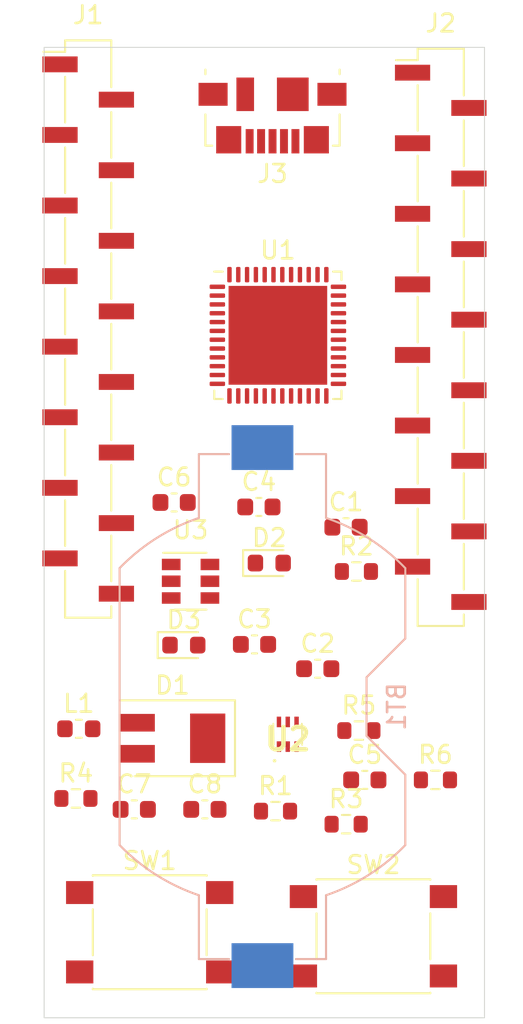
<source format=kicad_pcb>
(kicad_pcb (version 20171130) (host pcbnew "(5.1.9)-1")

  (general
    (thickness 1.6)
    (drawings 4)
    (tracks 0)
    (zones 0)
    (modules 27)
    (nets 87)
  )

  (page A4)
  (layers
    (0 F.Cu signal)
    (31 B.Cu signal)
    (32 B.Adhes user)
    (33 F.Adhes user)
    (34 B.Paste user)
    (35 F.Paste user)
    (36 B.SilkS user)
    (37 F.SilkS user)
    (38 B.Mask user)
    (39 F.Mask user)
    (40 Dwgs.User user)
    (41 Cmts.User user)
    (42 Eco1.User user)
    (43 Eco2.User user)
    (44 Edge.Cuts user)
    (45 Margin user)
    (46 B.CrtYd user)
    (47 F.CrtYd user)
    (48 B.Fab user)
    (49 F.Fab user)
  )

  (setup
    (last_trace_width 0.25)
    (trace_clearance 0.2)
    (zone_clearance 0.508)
    (zone_45_only no)
    (trace_min 0.2)
    (via_size 0.8)
    (via_drill 0.4)
    (via_min_size 0.4)
    (via_min_drill 0.3)
    (uvia_size 0.3)
    (uvia_drill 0.1)
    (uvias_allowed no)
    (uvia_min_size 0.2)
    (uvia_min_drill 0.1)
    (edge_width 0.05)
    (segment_width 0.2)
    (pcb_text_width 0.3)
    (pcb_text_size 1.5 1.5)
    (mod_edge_width 0.12)
    (mod_text_size 1 1)
    (mod_text_width 0.15)
    (pad_size 1.524 1.524)
    (pad_drill 0.762)
    (pad_to_mask_clearance 0)
    (aux_axis_origin 0 0)
    (visible_elements FFFFFF7F)
    (pcbplotparams
      (layerselection 0x010fc_ffffffff)
      (usegerberextensions false)
      (usegerberattributes true)
      (usegerberadvancedattributes true)
      (creategerberjobfile true)
      (excludeedgelayer true)
      (linewidth 0.100000)
      (plotframeref false)
      (viasonmask false)
      (mode 1)
      (useauxorigin false)
      (hpglpennumber 1)
      (hpglpenspeed 20)
      (hpglpendiameter 15.000000)
      (psnegative false)
      (psa4output false)
      (plotreference true)
      (plotvalue true)
      (plotinvisibletext false)
      (padsonsilk false)
      (subtractmaskfromsilk false)
      (outputformat 1)
      (mirror false)
      (drillshape 1)
      (scaleselection 1)
      (outputdirectory ""))
  )

  (net 0 "")
  (net 1 GND)
  (net 2 "Net-(BT1-Pad1)")
  (net 3 +3V3)
  (net 4 GNDA)
  (net 5 +3.3VA)
  (net 6 NRST)
  (net 7 VBAT)
  (net 8 VBUS)
  (net 9 Vbat)
  (net 10 "Net-(D2-Pad2)")
  (net 11 "Net-(D3-Pad2)")
  (net 12 "Net-(J1-Pad16)")
  (net 13 "Net-(J1-Pad14)")
  (net 14 "Net-(J1-Pad10)")
  (net 15 "Net-(J1-Pad8)")
  (net 16 "Net-(J1-Pad6)")
  (net 17 "Net-(J1-Pad4)")
  (net 18 "Net-(J1-Pad2)")
  (net 19 "Net-(J1-Pad15)")
  (net 20 "Net-(J1-Pad13)")
  (net 21 "Net-(J1-Pad11)")
  (net 22 "Net-(J1-Pad9)")
  (net 23 "Net-(J1-Pad7)")
  (net 24 "Net-(J1-Pad5)")
  (net 25 "Net-(J1-Pad3)")
  (net 26 "Net-(J1-Pad1)")
  (net 27 "Net-(J2-Pad15)")
  (net 28 "Net-(J2-Pad13)")
  (net 29 "Net-(J2-Pad11)")
  (net 30 "Net-(J2-Pad9)")
  (net 31 "Net-(J2-Pad7)")
  (net 32 "Net-(J2-Pad5)")
  (net 33 "Net-(J2-Pad3)")
  (net 34 "Net-(J2-Pad16)")
  (net 35 "Net-(J2-Pad14)")
  (net 36 "Net-(J2-Pad12)")
  (net 37 "Net-(J2-Pad10)")
  (net 38 "Net-(J2-Pad8)")
  (net 39 "Net-(J2-Pad6)")
  (net 40 "Net-(J2-Pad4)")
  (net 41 USB_D-)
  (net 42 USB_D+)
  (net 43 "Net-(L1-Pad1)")
  (net 44 BOOT0)
  (net 45 PB2)
  (net 46 PC13)
  (net 47 PWR_GD)
  (net 48 PB9)
  (net 49 PB8)
  (net 50 PB7)
  (net 51 PB6)
  (net 52 PB5)
  (net 53 PB4)
  (net 54 PB3)
  (net 55 PA15)
  (net 56 PA14)
  (net 57 PA13)
  (net 58 PA12)
  (net 59 PA11)
  (net 60 PA10)
  (net 61 PA9)
  (net 62 PA8)
  (net 63 PB15)
  (net 64 PB14)
  (net 65 PB13)
  (net 66 PB12)
  (net 67 "Net-(U1-Pad22)")
  (net 68 PB10)
  (net 69 PB1)
  (net 70 PB0)
  (net 71 PA7)
  (net 72 PA6)
  (net 73 PA5)
  (net 74 PA4)
  (net 75 PA3)
  (net 76 PA2)
  (net 77 PA1)
  (net 78 PA0)
  (net 79 "Net-(U1-Pad6)")
  (net 80 "Net-(U1-Pad5)")
  (net 81 PC15)
  (net 82 PC14)
  (net 83 PWR_EN)
  (net 84 USB_DN)
  (net 85 USB_DP)
  (net 86 USB_ID)

  (net_class Default "This is the default net class."
    (clearance 0.2)
    (trace_width 0.25)
    (via_dia 0.8)
    (via_drill 0.4)
    (uvia_dia 0.3)
    (uvia_drill 0.1)
    (add_net +3.3VA)
    (add_net +3V3)
    (add_net BOOT0)
    (add_net GND)
    (add_net GNDA)
    (add_net NRST)
    (add_net "Net-(BT1-Pad1)")
    (add_net "Net-(D2-Pad2)")
    (add_net "Net-(D3-Pad2)")
    (add_net "Net-(J1-Pad1)")
    (add_net "Net-(J1-Pad10)")
    (add_net "Net-(J1-Pad11)")
    (add_net "Net-(J1-Pad13)")
    (add_net "Net-(J1-Pad14)")
    (add_net "Net-(J1-Pad15)")
    (add_net "Net-(J1-Pad16)")
    (add_net "Net-(J1-Pad2)")
    (add_net "Net-(J1-Pad3)")
    (add_net "Net-(J1-Pad4)")
    (add_net "Net-(J1-Pad5)")
    (add_net "Net-(J1-Pad6)")
    (add_net "Net-(J1-Pad7)")
    (add_net "Net-(J1-Pad8)")
    (add_net "Net-(J1-Pad9)")
    (add_net "Net-(J2-Pad10)")
    (add_net "Net-(J2-Pad11)")
    (add_net "Net-(J2-Pad12)")
    (add_net "Net-(J2-Pad13)")
    (add_net "Net-(J2-Pad14)")
    (add_net "Net-(J2-Pad15)")
    (add_net "Net-(J2-Pad16)")
    (add_net "Net-(J2-Pad3)")
    (add_net "Net-(J2-Pad4)")
    (add_net "Net-(J2-Pad5)")
    (add_net "Net-(J2-Pad6)")
    (add_net "Net-(J2-Pad7)")
    (add_net "Net-(J2-Pad8)")
    (add_net "Net-(J2-Pad9)")
    (add_net "Net-(L1-Pad1)")
    (add_net "Net-(U1-Pad22)")
    (add_net "Net-(U1-Pad5)")
    (add_net "Net-(U1-Pad6)")
    (add_net PA0)
    (add_net PA1)
    (add_net PA10)
    (add_net PA11)
    (add_net PA12)
    (add_net PA13)
    (add_net PA14)
    (add_net PA15)
    (add_net PA2)
    (add_net PA3)
    (add_net PA4)
    (add_net PA5)
    (add_net PA6)
    (add_net PA7)
    (add_net PA8)
    (add_net PA9)
    (add_net PB0)
    (add_net PB1)
    (add_net PB10)
    (add_net PB12)
    (add_net PB13)
    (add_net PB14)
    (add_net PB15)
    (add_net PB2)
    (add_net PB3)
    (add_net PB4)
    (add_net PB5)
    (add_net PB6)
    (add_net PB7)
    (add_net PB8)
    (add_net PB9)
    (add_net PC13)
    (add_net PC14)
    (add_net PC15)
    (add_net PWR_EN)
    (add_net PWR_GD)
    (add_net USB_D+)
    (add_net USB_D-)
    (add_net USB_DN)
    (add_net USB_DP)
    (add_net USB_ID)
    (add_net VBAT)
    (add_net VBUS)
    (add_net Vbat)
  )

  (module Connector_USB:USB_Micro-B_Molex_47346-0001 (layer F.Cu) (tedit 5D8620A7) (tstamp 600CF368)
    (at 62.9666 53.8607 180)
    (descr "Micro USB B receptable with flange, bottom-mount, SMD, right-angle (http://www.molex.com/pdm_docs/sd/473460001_sd.pdf)")
    (tags "Micro B USB SMD")
    (path /6038DAB6)
    (attr smd)
    (fp_text reference J3 (at 0 -3.3 180) (layer F.SilkS)
      (effects (font (size 1 1) (thickness 0.15)))
    )
    (fp_text value USB_OTG (at 0 4.6 180) (layer F.Fab)
      (effects (font (size 1 1) (thickness 0.15)))
    )
    (fp_text user %R (at 0 1.2) (layer F.Fab)
      (effects (font (size 1 1) (thickness 0.15)))
    )
    (fp_text user "PCB Edge" (at 0 2.67 180) (layer Dwgs.User)
      (effects (font (size 0.4 0.4) (thickness 0.04)))
    )
    (fp_line (start 3.81 -1.71) (end 3.43 -1.71) (layer F.SilkS) (width 0.12))
    (fp_line (start 4.7 3.85) (end -4.7 3.85) (layer F.CrtYd) (width 0.05))
    (fp_line (start 4.7 -2.65) (end 4.7 3.85) (layer F.CrtYd) (width 0.05))
    (fp_line (start -4.7 -2.65) (end 4.7 -2.65) (layer F.CrtYd) (width 0.05))
    (fp_line (start -4.7 3.85) (end -4.7 -2.65) (layer F.CrtYd) (width 0.05))
    (fp_line (start 3.75 3.35) (end -3.75 3.35) (layer F.Fab) (width 0.1))
    (fp_line (start 3.75 -1.65) (end 3.75 3.35) (layer F.Fab) (width 0.1))
    (fp_line (start -3.75 -1.65) (end 3.75 -1.65) (layer F.Fab) (width 0.1))
    (fp_line (start -3.75 3.35) (end -3.75 -1.65) (layer F.Fab) (width 0.1))
    (fp_line (start 3.81 2.34) (end 3.81 2.6) (layer F.SilkS) (width 0.12))
    (fp_line (start 3.81 -1.71) (end 3.81 0.06) (layer F.SilkS) (width 0.12))
    (fp_line (start -3.81 -1.71) (end -3.43 -1.71) (layer F.SilkS) (width 0.12))
    (fp_line (start -3.81 0.06) (end -3.81 -1.71) (layer F.SilkS) (width 0.12))
    (fp_line (start -3.81 2.6) (end -3.81 2.34) (layer F.SilkS) (width 0.12))
    (fp_line (start -3.25 2.65) (end 3.25 2.65) (layer F.Fab) (width 0.1))
    (pad 6 smd rect (at 1.55 1.2 180) (size 1 1.9) (layers F.Cu F.Paste F.Mask)
      (net 1 GND))
    (pad 6 smd rect (at -1.15 1.2 180) (size 1.8 1.9) (layers F.Cu F.Paste F.Mask)
      (net 1 GND))
    (pad 6 smd rect (at 3.375 1.2 180) (size 1.65 1.3) (layers F.Cu F.Paste F.Mask)
      (net 1 GND))
    (pad 6 smd rect (at -3.375 1.2 180) (size 1.65 1.3) (layers F.Cu F.Paste F.Mask)
      (net 1 GND))
    (pad 6 smd rect (at 2.4875 -1.375 180) (size 1.425 1.55) (layers F.Cu F.Paste F.Mask)
      (net 1 GND))
    (pad 6 smd rect (at -2.4875 -1.375 180) (size 1.425 1.55) (layers F.Cu F.Paste F.Mask)
      (net 1 GND))
    (pad 5 smd rect (at 1.3 -1.46 180) (size 0.45 1.38) (layers F.Cu F.Paste F.Mask)
      (net 1 GND))
    (pad 4 smd rect (at 0.65 -1.46 180) (size 0.45 1.38) (layers F.Cu F.Paste F.Mask)
      (net 86 USB_ID))
    (pad 3 smd rect (at 0 -1.46 180) (size 0.45 1.38) (layers F.Cu F.Paste F.Mask)
      (net 42 USB_D+))
    (pad 2 smd rect (at -0.65 -1.46 180) (size 0.45 1.38) (layers F.Cu F.Paste F.Mask)
      (net 41 USB_D-))
    (pad 1 smd rect (at -1.3 -1.46 180) (size 0.45 1.38) (layers F.Cu F.Paste F.Mask)
      (net 8 VBUS))
    (model ${KISYS3DMOD}/Connector_USB.3dshapes/USB_Micro-B_Molex_47346-0001.wrl
      (at (xyz 0 0 0))
      (scale (xyz 1 1 1))
      (rotate (xyz 0 0 0))
    )
  )

  (module Connector_PinSocket_2.00mm:PinSocket_1x16_P2.00mm_Vertical_SMD_Pin1Left (layer F.Cu) (tedit 5A19A433) (tstamp 600CCDDC)
    (at 72.517 66.4337)
    (descr "surface-mounted straight socket strip, 1x16, 2.00mm pitch, single row, style 1 (pin 1 left) (https://www.jayconsystems.com/fileuploader/download/download/?d=1&file=custom%2Fupload%2FFile-1375728122.pdf), script generated")
    (tags "Surface mounted socket strip SMD 1x16 2.00mm single row style1 pin1 left")
    (path /600B5B86)
    (attr smd)
    (fp_text reference J2 (at 0 -17.8) (layer F.SilkS)
      (effects (font (size 1 1) (thickness 0.15)))
    )
    (fp_text value Conn_01x16 (at 0 17.8) (layer F.Fab)
      (effects (font (size 1 1) (thickness 0.15)))
    )
    (fp_text user %R (at 0 0 90) (layer F.Fab)
      (effects (font (size 1 1) (thickness 0.15)))
    )
    (fp_line (start -1.31 -16.36) (end 1.31 -16.36) (layer F.SilkS) (width 0.12))
    (fp_line (start 1.31 -16.36) (end 1.31 -13.71) (layer F.SilkS) (width 0.12))
    (fp_line (start 1.31 -12.29) (end 1.31 -9.71) (layer F.SilkS) (width 0.12))
    (fp_line (start 1.31 -8.29) (end 1.31 -5.71) (layer F.SilkS) (width 0.12))
    (fp_line (start 1.31 -4.29) (end 1.31 -1.71) (layer F.SilkS) (width 0.12))
    (fp_line (start 1.31 -0.29) (end 1.31 2.29) (layer F.SilkS) (width 0.12))
    (fp_line (start 1.31 3.71) (end 1.31 6.29) (layer F.SilkS) (width 0.12))
    (fp_line (start 1.31 7.71) (end 1.31 10.29) (layer F.SilkS) (width 0.12))
    (fp_line (start 1.31 11.71) (end 1.31 14.29) (layer F.SilkS) (width 0.12))
    (fp_line (start 1.31 15.71) (end 1.31 16.36) (layer F.SilkS) (width 0.12))
    (fp_line (start -1.31 16.36) (end 1.31 16.36) (layer F.SilkS) (width 0.12))
    (fp_line (start -1.31 -16.36) (end -1.31 -15.71) (layer F.SilkS) (width 0.12))
    (fp_line (start -1.31 -14.29) (end -1.31 -11.71) (layer F.SilkS) (width 0.12))
    (fp_line (start -1.31 -10.29) (end -1.31 -7.71) (layer F.SilkS) (width 0.12))
    (fp_line (start -1.31 -6.29) (end -1.31 -3.71) (layer F.SilkS) (width 0.12))
    (fp_line (start -1.31 -2.29) (end -1.31 0.29) (layer F.SilkS) (width 0.12))
    (fp_line (start -1.31 1.71) (end -1.31 4.29) (layer F.SilkS) (width 0.12))
    (fp_line (start -1.31 5.71) (end -1.31 8.29) (layer F.SilkS) (width 0.12))
    (fp_line (start -1.31 9.71) (end -1.31 12.29) (layer F.SilkS) (width 0.12))
    (fp_line (start -1.31 13.71) (end -1.31 16.36) (layer F.SilkS) (width 0.12))
    (fp_line (start -2.54 -15.71) (end -1.31 -15.71) (layer F.SilkS) (width 0.12))
    (fp_line (start -0.625 -16.3) (end 1.25 -16.3) (layer F.Fab) (width 0.1))
    (fp_line (start 1.25 -16.3) (end 1.25 16.3) (layer F.Fab) (width 0.1))
    (fp_line (start 1.25 16.3) (end -1.25 16.3) (layer F.Fab) (width 0.1))
    (fp_line (start -1.25 16.3) (end -1.25 -15.675) (layer F.Fab) (width 0.1))
    (fp_line (start -1.25 -15.675) (end -0.625 -16.3) (layer F.Fab) (width 0.1))
    (fp_line (start -2.1 -15.25) (end -1.25 -15.25) (layer F.Fab) (width 0.1))
    (fp_line (start -1.25 -14.75) (end -2.1 -14.75) (layer F.Fab) (width 0.1))
    (fp_line (start -2.1 -14.75) (end -2.1 -15.25) (layer F.Fab) (width 0.1))
    (fp_line (start 1.25 -13.25) (end 2.1 -13.25) (layer F.Fab) (width 0.1))
    (fp_line (start 2.1 -13.25) (end 2.1 -12.75) (layer F.Fab) (width 0.1))
    (fp_line (start 2.1 -12.75) (end 1.25 -12.75) (layer F.Fab) (width 0.1))
    (fp_line (start -2.1 -11.25) (end -1.25 -11.25) (layer F.Fab) (width 0.1))
    (fp_line (start -1.25 -10.75) (end -2.1 -10.75) (layer F.Fab) (width 0.1))
    (fp_line (start -2.1 -10.75) (end -2.1 -11.25) (layer F.Fab) (width 0.1))
    (fp_line (start 1.25 -9.25) (end 2.1 -9.25) (layer F.Fab) (width 0.1))
    (fp_line (start 2.1 -9.25) (end 2.1 -8.75) (layer F.Fab) (width 0.1))
    (fp_line (start 2.1 -8.75) (end 1.25 -8.75) (layer F.Fab) (width 0.1))
    (fp_line (start -2.1 -7.25) (end -1.25 -7.25) (layer F.Fab) (width 0.1))
    (fp_line (start -1.25 -6.75) (end -2.1 -6.75) (layer F.Fab) (width 0.1))
    (fp_line (start -2.1 -6.75) (end -2.1 -7.25) (layer F.Fab) (width 0.1))
    (fp_line (start 1.25 -5.25) (end 2.1 -5.25) (layer F.Fab) (width 0.1))
    (fp_line (start 2.1 -5.25) (end 2.1 -4.75) (layer F.Fab) (width 0.1))
    (fp_line (start 2.1 -4.75) (end 1.25 -4.75) (layer F.Fab) (width 0.1))
    (fp_line (start -2.1 -3.25) (end -1.25 -3.25) (layer F.Fab) (width 0.1))
    (fp_line (start -1.25 -2.75) (end -2.1 -2.75) (layer F.Fab) (width 0.1))
    (fp_line (start -2.1 -2.75) (end -2.1 -3.25) (layer F.Fab) (width 0.1))
    (fp_line (start 1.25 -1.25) (end 2.1 -1.25) (layer F.Fab) (width 0.1))
    (fp_line (start 2.1 -1.25) (end 2.1 -0.75) (layer F.Fab) (width 0.1))
    (fp_line (start 2.1 -0.75) (end 1.25 -0.75) (layer F.Fab) (width 0.1))
    (fp_line (start -2.1 0.75) (end -1.25 0.75) (layer F.Fab) (width 0.1))
    (fp_line (start -1.25 1.25) (end -2.1 1.25) (layer F.Fab) (width 0.1))
    (fp_line (start -2.1 1.25) (end -2.1 0.75) (layer F.Fab) (width 0.1))
    (fp_line (start 1.25 2.75) (end 2.1 2.75) (layer F.Fab) (width 0.1))
    (fp_line (start 2.1 2.75) (end 2.1 3.25) (layer F.Fab) (width 0.1))
    (fp_line (start 2.1 3.25) (end 1.25 3.25) (layer F.Fab) (width 0.1))
    (fp_line (start -2.1 4.75) (end -1.25 4.75) (layer F.Fab) (width 0.1))
    (fp_line (start -1.25 5.25) (end -2.1 5.25) (layer F.Fab) (width 0.1))
    (fp_line (start -2.1 5.25) (end -2.1 4.75) (layer F.Fab) (width 0.1))
    (fp_line (start 1.25 6.75) (end 2.1 6.75) (layer F.Fab) (width 0.1))
    (fp_line (start 2.1 6.75) (end 2.1 7.25) (layer F.Fab) (width 0.1))
    (fp_line (start 2.1 7.25) (end 1.25 7.25) (layer F.Fab) (width 0.1))
    (fp_line (start -2.1 8.75) (end -1.25 8.75) (layer F.Fab) (width 0.1))
    (fp_line (start -1.25 9.25) (end -2.1 9.25) (layer F.Fab) (width 0.1))
    (fp_line (start -2.1 9.25) (end -2.1 8.75) (layer F.Fab) (width 0.1))
    (fp_line (start 1.25 10.75) (end 2.1 10.75) (layer F.Fab) (width 0.1))
    (fp_line (start 2.1 10.75) (end 2.1 11.25) (layer F.Fab) (width 0.1))
    (fp_line (start 2.1 11.25) (end 1.25 11.25) (layer F.Fab) (width 0.1))
    (fp_line (start -2.1 12.75) (end -1.25 12.75) (layer F.Fab) (width 0.1))
    (fp_line (start -1.25 13.25) (end -2.1 13.25) (layer F.Fab) (width 0.1))
    (fp_line (start -2.1 13.25) (end -2.1 12.75) (layer F.Fab) (width 0.1))
    (fp_line (start 1.25 14.75) (end 2.1 14.75) (layer F.Fab) (width 0.1))
    (fp_line (start 2.1 14.75) (end 2.1 15.25) (layer F.Fab) (width 0.1))
    (fp_line (start 2.1 15.25) (end 1.25 15.25) (layer F.Fab) (width 0.1))
    (fp_line (start -3.1 -16.8) (end 3.1 -16.8) (layer F.CrtYd) (width 0.05))
    (fp_line (start 3.1 -16.8) (end 3.1 16.8) (layer F.CrtYd) (width 0.05))
    (fp_line (start 3.1 16.8) (end -3.1 16.8) (layer F.CrtYd) (width 0.05))
    (fp_line (start -3.1 16.8) (end -3.1 -16.8) (layer F.CrtYd) (width 0.05))
    (pad 16 smd rect (at 1.6 15) (size 2 0.9) (layers F.Cu F.Paste F.Mask)
      (net 34 "Net-(J2-Pad16)"))
    (pad 14 smd rect (at 1.6 11) (size 2 0.9) (layers F.Cu F.Paste F.Mask)
      (net 35 "Net-(J2-Pad14)"))
    (pad 12 smd rect (at 1.6 7) (size 2 0.9) (layers F.Cu F.Paste F.Mask)
      (net 36 "Net-(J2-Pad12)"))
    (pad 10 smd rect (at 1.6 3) (size 2 0.9) (layers F.Cu F.Paste F.Mask)
      (net 37 "Net-(J2-Pad10)"))
    (pad 8 smd rect (at 1.6 -1) (size 2 0.9) (layers F.Cu F.Paste F.Mask)
      (net 38 "Net-(J2-Pad8)"))
    (pad 6 smd rect (at 1.6 -5) (size 2 0.9) (layers F.Cu F.Paste F.Mask)
      (net 39 "Net-(J2-Pad6)"))
    (pad 4 smd rect (at 1.6 -9) (size 2 0.9) (layers F.Cu F.Paste F.Mask)
      (net 40 "Net-(J2-Pad4)"))
    (pad 2 smd rect (at 1.6 -13) (size 2 0.9) (layers F.Cu F.Paste F.Mask)
      (net 1 GND))
    (pad 15 smd rect (at -1.6 13) (size 2 0.9) (layers F.Cu F.Paste F.Mask)
      (net 27 "Net-(J2-Pad15)"))
    (pad 13 smd rect (at -1.6 9) (size 2 0.9) (layers F.Cu F.Paste F.Mask)
      (net 28 "Net-(J2-Pad13)"))
    (pad 11 smd rect (at -1.6 5) (size 2 0.9) (layers F.Cu F.Paste F.Mask)
      (net 29 "Net-(J2-Pad11)"))
    (pad 9 smd rect (at -1.6 1) (size 2 0.9) (layers F.Cu F.Paste F.Mask)
      (net 30 "Net-(J2-Pad9)"))
    (pad 7 smd rect (at -1.6 -3) (size 2 0.9) (layers F.Cu F.Paste F.Mask)
      (net 31 "Net-(J2-Pad7)"))
    (pad 5 smd rect (at -1.6 -7) (size 2 0.9) (layers F.Cu F.Paste F.Mask)
      (net 32 "Net-(J2-Pad5)"))
    (pad 3 smd rect (at -1.6 -11) (size 2 0.9) (layers F.Cu F.Paste F.Mask)
      (net 33 "Net-(J2-Pad3)"))
    (pad 1 smd rect (at -1.6 -15) (size 2 0.9) (layers F.Cu F.Paste F.Mask)
      (net 8 VBUS))
    (model ${KISYS3DMOD}/Connector_PinSocket_2.00mm.3dshapes/PinSocket_1x16_P2.00mm_Vertical_SMD_Pin1Left.wrl
      (at (xyz 0 0 0))
      (scale (xyz 1 1 1))
      (rotate (xyz 0 0 0))
    )
  )

  (module Connector_PinSocket_2.00mm:PinSocket_1x16_P2.00mm_Vertical_SMD_Pin1Left (layer F.Cu) (tedit 5A19A433) (tstamp 600CDB69)
    (at 52.5018 65.9638)
    (descr "surface-mounted straight socket strip, 1x16, 2.00mm pitch, single row, style 1 (pin 1 left) (https://www.jayconsystems.com/fileuploader/download/download/?d=1&file=custom%2Fupload%2FFile-1375728122.pdf), script generated")
    (tags "Surface mounted socket strip SMD 1x16 2.00mm single row style1 pin1 left")
    (path /600BC5BD)
    (attr smd)
    (fp_text reference J1 (at 0 -17.8) (layer F.SilkS)
      (effects (font (size 1 1) (thickness 0.15)))
    )
    (fp_text value Conn_01x16 (at 0 17.8) (layer F.Fab)
      (effects (font (size 1 1) (thickness 0.15)))
    )
    (fp_text user %R (at 0 0 90) (layer F.Fab)
      (effects (font (size 1 1) (thickness 0.15)))
    )
    (fp_line (start -1.31 -16.36) (end 1.31 -16.36) (layer F.SilkS) (width 0.12))
    (fp_line (start 1.31 -16.36) (end 1.31 -13.71) (layer F.SilkS) (width 0.12))
    (fp_line (start 1.31 -12.29) (end 1.31 -9.71) (layer F.SilkS) (width 0.12))
    (fp_line (start 1.31 -8.29) (end 1.31 -5.71) (layer F.SilkS) (width 0.12))
    (fp_line (start 1.31 -4.29) (end 1.31 -1.71) (layer F.SilkS) (width 0.12))
    (fp_line (start 1.31 -0.29) (end 1.31 2.29) (layer F.SilkS) (width 0.12))
    (fp_line (start 1.31 3.71) (end 1.31 6.29) (layer F.SilkS) (width 0.12))
    (fp_line (start 1.31 7.71) (end 1.31 10.29) (layer F.SilkS) (width 0.12))
    (fp_line (start 1.31 11.71) (end 1.31 14.29) (layer F.SilkS) (width 0.12))
    (fp_line (start 1.31 15.71) (end 1.31 16.36) (layer F.SilkS) (width 0.12))
    (fp_line (start -1.31 16.36) (end 1.31 16.36) (layer F.SilkS) (width 0.12))
    (fp_line (start -1.31 -16.36) (end -1.31 -15.71) (layer F.SilkS) (width 0.12))
    (fp_line (start -1.31 -14.29) (end -1.31 -11.71) (layer F.SilkS) (width 0.12))
    (fp_line (start -1.31 -10.29) (end -1.31 -7.71) (layer F.SilkS) (width 0.12))
    (fp_line (start -1.31 -6.29) (end -1.31 -3.71) (layer F.SilkS) (width 0.12))
    (fp_line (start -1.31 -2.29) (end -1.31 0.29) (layer F.SilkS) (width 0.12))
    (fp_line (start -1.31 1.71) (end -1.31 4.29) (layer F.SilkS) (width 0.12))
    (fp_line (start -1.31 5.71) (end -1.31 8.29) (layer F.SilkS) (width 0.12))
    (fp_line (start -1.31 9.71) (end -1.31 12.29) (layer F.SilkS) (width 0.12))
    (fp_line (start -1.31 13.71) (end -1.31 16.36) (layer F.SilkS) (width 0.12))
    (fp_line (start -2.54 -15.71) (end -1.31 -15.71) (layer F.SilkS) (width 0.12))
    (fp_line (start -0.625 -16.3) (end 1.25 -16.3) (layer F.Fab) (width 0.1))
    (fp_line (start 1.25 -16.3) (end 1.25 16.3) (layer F.Fab) (width 0.1))
    (fp_line (start 1.25 16.3) (end -1.25 16.3) (layer F.Fab) (width 0.1))
    (fp_line (start -1.25 16.3) (end -1.25 -15.675) (layer F.Fab) (width 0.1))
    (fp_line (start -1.25 -15.675) (end -0.625 -16.3) (layer F.Fab) (width 0.1))
    (fp_line (start -2.1 -15.25) (end -1.25 -15.25) (layer F.Fab) (width 0.1))
    (fp_line (start -1.25 -14.75) (end -2.1 -14.75) (layer F.Fab) (width 0.1))
    (fp_line (start -2.1 -14.75) (end -2.1 -15.25) (layer F.Fab) (width 0.1))
    (fp_line (start 1.25 -13.25) (end 2.1 -13.25) (layer F.Fab) (width 0.1))
    (fp_line (start 2.1 -13.25) (end 2.1 -12.75) (layer F.Fab) (width 0.1))
    (fp_line (start 2.1 -12.75) (end 1.25 -12.75) (layer F.Fab) (width 0.1))
    (fp_line (start -2.1 -11.25) (end -1.25 -11.25) (layer F.Fab) (width 0.1))
    (fp_line (start -1.25 -10.75) (end -2.1 -10.75) (layer F.Fab) (width 0.1))
    (fp_line (start -2.1 -10.75) (end -2.1 -11.25) (layer F.Fab) (width 0.1))
    (fp_line (start 1.25 -9.25) (end 2.1 -9.25) (layer F.Fab) (width 0.1))
    (fp_line (start 2.1 -9.25) (end 2.1 -8.75) (layer F.Fab) (width 0.1))
    (fp_line (start 2.1 -8.75) (end 1.25 -8.75) (layer F.Fab) (width 0.1))
    (fp_line (start -2.1 -7.25) (end -1.25 -7.25) (layer F.Fab) (width 0.1))
    (fp_line (start -1.25 -6.75) (end -2.1 -6.75) (layer F.Fab) (width 0.1))
    (fp_line (start -2.1 -6.75) (end -2.1 -7.25) (layer F.Fab) (width 0.1))
    (fp_line (start 1.25 -5.25) (end 2.1 -5.25) (layer F.Fab) (width 0.1))
    (fp_line (start 2.1 -5.25) (end 2.1 -4.75) (layer F.Fab) (width 0.1))
    (fp_line (start 2.1 -4.75) (end 1.25 -4.75) (layer F.Fab) (width 0.1))
    (fp_line (start -2.1 -3.25) (end -1.25 -3.25) (layer F.Fab) (width 0.1))
    (fp_line (start -1.25 -2.75) (end -2.1 -2.75) (layer F.Fab) (width 0.1))
    (fp_line (start -2.1 -2.75) (end -2.1 -3.25) (layer F.Fab) (width 0.1))
    (fp_line (start 1.25 -1.25) (end 2.1 -1.25) (layer F.Fab) (width 0.1))
    (fp_line (start 2.1 -1.25) (end 2.1 -0.75) (layer F.Fab) (width 0.1))
    (fp_line (start 2.1 -0.75) (end 1.25 -0.75) (layer F.Fab) (width 0.1))
    (fp_line (start -2.1 0.75) (end -1.25 0.75) (layer F.Fab) (width 0.1))
    (fp_line (start -1.25 1.25) (end -2.1 1.25) (layer F.Fab) (width 0.1))
    (fp_line (start -2.1 1.25) (end -2.1 0.75) (layer F.Fab) (width 0.1))
    (fp_line (start 1.25 2.75) (end 2.1 2.75) (layer F.Fab) (width 0.1))
    (fp_line (start 2.1 2.75) (end 2.1 3.25) (layer F.Fab) (width 0.1))
    (fp_line (start 2.1 3.25) (end 1.25 3.25) (layer F.Fab) (width 0.1))
    (fp_line (start -2.1 4.75) (end -1.25 4.75) (layer F.Fab) (width 0.1))
    (fp_line (start -1.25 5.25) (end -2.1 5.25) (layer F.Fab) (width 0.1))
    (fp_line (start -2.1 5.25) (end -2.1 4.75) (layer F.Fab) (width 0.1))
    (fp_line (start 1.25 6.75) (end 2.1 6.75) (layer F.Fab) (width 0.1))
    (fp_line (start 2.1 6.75) (end 2.1 7.25) (layer F.Fab) (width 0.1))
    (fp_line (start 2.1 7.25) (end 1.25 7.25) (layer F.Fab) (width 0.1))
    (fp_line (start -2.1 8.75) (end -1.25 8.75) (layer F.Fab) (width 0.1))
    (fp_line (start -1.25 9.25) (end -2.1 9.25) (layer F.Fab) (width 0.1))
    (fp_line (start -2.1 9.25) (end -2.1 8.75) (layer F.Fab) (width 0.1))
    (fp_line (start 1.25 10.75) (end 2.1 10.75) (layer F.Fab) (width 0.1))
    (fp_line (start 2.1 10.75) (end 2.1 11.25) (layer F.Fab) (width 0.1))
    (fp_line (start 2.1 11.25) (end 1.25 11.25) (layer F.Fab) (width 0.1))
    (fp_line (start -2.1 12.75) (end -1.25 12.75) (layer F.Fab) (width 0.1))
    (fp_line (start -1.25 13.25) (end -2.1 13.25) (layer F.Fab) (width 0.1))
    (fp_line (start -2.1 13.25) (end -2.1 12.75) (layer F.Fab) (width 0.1))
    (fp_line (start 1.25 14.75) (end 2.1 14.75) (layer F.Fab) (width 0.1))
    (fp_line (start 2.1 14.75) (end 2.1 15.25) (layer F.Fab) (width 0.1))
    (fp_line (start 2.1 15.25) (end 1.25 15.25) (layer F.Fab) (width 0.1))
    (fp_line (start -3.1 -16.8) (end 3.1 -16.8) (layer F.CrtYd) (width 0.05))
    (fp_line (start 3.1 -16.8) (end 3.1 16.8) (layer F.CrtYd) (width 0.05))
    (fp_line (start 3.1 16.8) (end -3.1 16.8) (layer F.CrtYd) (width 0.05))
    (fp_line (start -3.1 16.8) (end -3.1 -16.8) (layer F.CrtYd) (width 0.05))
    (pad 16 smd rect (at 1.6 15) (size 2 0.9) (layers F.Cu F.Paste F.Mask)
      (net 12 "Net-(J1-Pad16)"))
    (pad 14 smd rect (at 1.6 11) (size 2 0.9) (layers F.Cu F.Paste F.Mask)
      (net 13 "Net-(J1-Pad14)"))
    (pad 12 smd rect (at 1.6 7) (size 2 0.9) (layers F.Cu F.Paste F.Mask)
      (net 1 GND))
    (pad 10 smd rect (at 1.6 3) (size 2 0.9) (layers F.Cu F.Paste F.Mask)
      (net 14 "Net-(J1-Pad10)"))
    (pad 8 smd rect (at 1.6 -1) (size 2 0.9) (layers F.Cu F.Paste F.Mask)
      (net 15 "Net-(J1-Pad8)"))
    (pad 6 smd rect (at 1.6 -5) (size 2 0.9) (layers F.Cu F.Paste F.Mask)
      (net 16 "Net-(J1-Pad6)"))
    (pad 4 smd rect (at 1.6 -9) (size 2 0.9) (layers F.Cu F.Paste F.Mask)
      (net 17 "Net-(J1-Pad4)"))
    (pad 2 smd rect (at 1.6 -13) (size 2 0.9) (layers F.Cu F.Paste F.Mask)
      (net 18 "Net-(J1-Pad2)"))
    (pad 15 smd rect (at -1.6 13) (size 2 0.9) (layers F.Cu F.Paste F.Mask)
      (net 19 "Net-(J1-Pad15)"))
    (pad 13 smd rect (at -1.6 9) (size 2 0.9) (layers F.Cu F.Paste F.Mask)
      (net 20 "Net-(J1-Pad13)"))
    (pad 11 smd rect (at -1.6 5) (size 2 0.9) (layers F.Cu F.Paste F.Mask)
      (net 21 "Net-(J1-Pad11)"))
    (pad 9 smd rect (at -1.6 1) (size 2 0.9) (layers F.Cu F.Paste F.Mask)
      (net 22 "Net-(J1-Pad9)"))
    (pad 7 smd rect (at -1.6 -3) (size 2 0.9) (layers F.Cu F.Paste F.Mask)
      (net 23 "Net-(J1-Pad7)"))
    (pad 5 smd rect (at -1.6 -7) (size 2 0.9) (layers F.Cu F.Paste F.Mask)
      (net 24 "Net-(J1-Pad5)"))
    (pad 3 smd rect (at -1.6 -11) (size 2 0.9) (layers F.Cu F.Paste F.Mask)
      (net 25 "Net-(J1-Pad3)"))
    (pad 1 smd rect (at -1.6 -15) (size 2 0.9) (layers F.Cu F.Paste F.Mask)
      (net 26 "Net-(J1-Pad1)"))
    (model ${KISYS3DMOD}/Connector_PinSocket_2.00mm.3dshapes/PinSocket_1x16_P2.00mm_Vertical_SMD_Pin1Left.wrl
      (at (xyz 0 0 0))
      (scale (xyz 1 1 1))
      (rotate (xyz 0 0 0))
    )
  )

  (module Package_TO_SOT_SMD:SOT-23-6 (layer F.Cu) (tedit 5A02FF57) (tstamp 600CCF55)
    (at 58.313 80.25803)
    (descr "6-pin SOT-23 package")
    (tags SOT-23-6)
    (path /602D82D4)
    (attr smd)
    (fp_text reference U3 (at 0 -2.9) (layer F.SilkS)
      (effects (font (size 1 1) (thickness 0.15)))
    )
    (fp_text value USBLC6-2SC6 (at 0 2.9) (layer F.Fab)
      (effects (font (size 1 1) (thickness 0.15)))
    )
    (fp_text user %R (at 0 0 90) (layer F.Fab)
      (effects (font (size 0.5 0.5) (thickness 0.075)))
    )
    (fp_line (start -0.9 1.61) (end 0.9 1.61) (layer F.SilkS) (width 0.12))
    (fp_line (start 0.9 -1.61) (end -1.55 -1.61) (layer F.SilkS) (width 0.12))
    (fp_line (start 1.9 -1.8) (end -1.9 -1.8) (layer F.CrtYd) (width 0.05))
    (fp_line (start 1.9 1.8) (end 1.9 -1.8) (layer F.CrtYd) (width 0.05))
    (fp_line (start -1.9 1.8) (end 1.9 1.8) (layer F.CrtYd) (width 0.05))
    (fp_line (start -1.9 -1.8) (end -1.9 1.8) (layer F.CrtYd) (width 0.05))
    (fp_line (start -0.9 -0.9) (end -0.25 -1.55) (layer F.Fab) (width 0.1))
    (fp_line (start 0.9 -1.55) (end -0.25 -1.55) (layer F.Fab) (width 0.1))
    (fp_line (start -0.9 -0.9) (end -0.9 1.55) (layer F.Fab) (width 0.1))
    (fp_line (start 0.9 1.55) (end -0.9 1.55) (layer F.Fab) (width 0.1))
    (fp_line (start 0.9 -1.55) (end 0.9 1.55) (layer F.Fab) (width 0.1))
    (pad 5 smd rect (at 1.1 0) (size 1.06 0.65) (layers F.Cu F.Paste F.Mask)
      (net 8 VBUS))
    (pad 6 smd rect (at 1.1 -0.95) (size 1.06 0.65) (layers F.Cu F.Paste F.Mask)
      (net 84 USB_DN))
    (pad 4 smd rect (at 1.1 0.95) (size 1.06 0.65) (layers F.Cu F.Paste F.Mask)
      (net 85 USB_DP))
    (pad 3 smd rect (at -1.1 0.95) (size 1.06 0.65) (layers F.Cu F.Paste F.Mask)
      (net 42 USB_D+))
    (pad 2 smd rect (at -1.1 0) (size 1.06 0.65) (layers F.Cu F.Paste F.Mask)
      (net 1 GND))
    (pad 1 smd rect (at -1.1 -0.95) (size 1.06 0.65) (layers F.Cu F.Paste F.Mask)
      (net 41 USB_D-))
    (model ${KISYS3DMOD}/Package_TO_SOT_SMD.3dshapes/SOT-23-6.wrl
      (at (xyz 0 0 0))
      (scale (xyz 1 1 1))
      (rotate (xyz 0 0 0))
    )
  )

  (module MP2151GTF-33-P:MP2151GTF33P (layer F.Cu) (tedit 600C2786) (tstamp 600CCF3F)
    (at 63.8309 88.93243)
    (descr MP2151GTF-33-P-1)
    (tags "Undefined or Miscellaneous")
    (path /601F203F)
    (attr smd)
    (fp_text reference U2 (at 0 0.275) (layer F.SilkS)
      (effects (font (size 1.27 1.27) (thickness 0.254)))
    )
    (fp_text value MP2151GTF-33-P (at 0 0.275) (layer F.SilkS) hide
      (effects (font (size 1.27 1.27) (thickness 0.254)))
    )
    (fp_arc (start -0.75 1.5) (end -0.7 1.5) (angle -180) (layer F.SilkS) (width 0.1))
    (fp_arc (start -0.75 1.5) (end -0.8 1.5) (angle -180) (layer F.SilkS) (width 0.1))
    (fp_line (start -0.7 1.5) (end -0.7 1.5) (layer F.SilkS) (width 0.1))
    (fp_line (start -0.8 1.5) (end -0.8 1.5) (layer F.SilkS) (width 0.1))
    (fp_line (start 0.8 -0.6) (end 0.82 0.6) (layer F.SilkS) (width 0.1))
    (fp_line (start -0.82 -0.6) (end -0.8 0.6) (layer F.SilkS) (width 0.1))
    (fp_line (start -1.82 2.55) (end -1.82 -2) (layer Dwgs.User) (width 0.1))
    (fp_line (start 1.82 2.55) (end -1.82 2.55) (layer Dwgs.User) (width 0.1))
    (fp_line (start 1.82 -2) (end 1.82 2.55) (layer Dwgs.User) (width 0.1))
    (fp_line (start -1.82 -2) (end 1.82 -2) (layer Dwgs.User) (width 0.1))
    (fp_line (start -0.82 0.6) (end -0.82 -0.6) (layer Dwgs.User) (width 0.2))
    (fp_line (start 0.82 0.6) (end -0.82 0.6) (layer Dwgs.User) (width 0.2))
    (fp_line (start 0.82 -0.6) (end 0.82 0.6) (layer Dwgs.User) (width 0.2))
    (fp_line (start -0.82 -0.6) (end 0.82 -0.6) (layer Dwgs.User) (width 0.2))
    (pad 6 smd rect (at -0.5 -0.7) (size 0.25 0.6) (layers F.Cu F.Paste F.Mask)
      (net 3 +3V3))
    (pad 5 smd rect (at 0 -0.7) (size 0.25 0.6) (layers F.Cu F.Paste F.Mask)
      (net 47 PWR_GD))
    (pad 4 smd rect (at 0.5 -0.7) (size 0.25 0.6) (layers F.Cu F.Paste F.Mask)
      (net 83 PWR_EN))
    (pad 3 smd rect (at 0.5 0.7) (size 0.25 0.6) (layers F.Cu F.Paste F.Mask)
      (net 8 VBUS))
    (pad 2 smd rect (at 0 0.7) (size 0.25 0.6) (layers F.Cu F.Paste F.Mask)
      (net 43 "Net-(L1-Pad1)"))
    (pad 1 smd rect (at -0.5 0.7) (size 0.25 0.6) (layers F.Cu F.Paste F.Mask)
      (net 1 GND))
  )

  (module Package_DFN_QFN:QFN-48-1EP_7x7mm_P0.5mm_EP5.6x5.6mm (layer F.Cu) (tedit 5DC5F6A5) (tstamp 600CCF27)
    (at 63.2714 66.3194)
    (descr "QFN, 48 Pin (http://www.st.com/resource/en/datasheet/stm32f042k6.pdf#page=94), generated with kicad-footprint-generator ipc_noLead_generator.py")
    (tags "QFN NoLead")
    (path /6009D127)
    (attr smd)
    (fp_text reference U1 (at 0 -4.82) (layer F.SilkS)
      (effects (font (size 1 1) (thickness 0.15)))
    )
    (fp_text value STM32F412CGUx (at 0 4.82) (layer F.Fab)
      (effects (font (size 1 1) (thickness 0.15)))
    )
    (fp_text user %R (at 0 0) (layer F.Fab)
      (effects (font (size 1 1) (thickness 0.15)))
    )
    (fp_line (start 3.135 -3.61) (end 3.61 -3.61) (layer F.SilkS) (width 0.12))
    (fp_line (start 3.61 -3.61) (end 3.61 -3.135) (layer F.SilkS) (width 0.12))
    (fp_line (start -3.135 3.61) (end -3.61 3.61) (layer F.SilkS) (width 0.12))
    (fp_line (start -3.61 3.61) (end -3.61 3.135) (layer F.SilkS) (width 0.12))
    (fp_line (start 3.135 3.61) (end 3.61 3.61) (layer F.SilkS) (width 0.12))
    (fp_line (start 3.61 3.61) (end 3.61 3.135) (layer F.SilkS) (width 0.12))
    (fp_line (start -3.135 -3.61) (end -3.61 -3.61) (layer F.SilkS) (width 0.12))
    (fp_line (start -2.5 -3.5) (end 3.5 -3.5) (layer F.Fab) (width 0.1))
    (fp_line (start 3.5 -3.5) (end 3.5 3.5) (layer F.Fab) (width 0.1))
    (fp_line (start 3.5 3.5) (end -3.5 3.5) (layer F.Fab) (width 0.1))
    (fp_line (start -3.5 3.5) (end -3.5 -2.5) (layer F.Fab) (width 0.1))
    (fp_line (start -3.5 -2.5) (end -2.5 -3.5) (layer F.Fab) (width 0.1))
    (fp_line (start -4.12 -4.12) (end -4.12 4.12) (layer F.CrtYd) (width 0.05))
    (fp_line (start -4.12 4.12) (end 4.12 4.12) (layer F.CrtYd) (width 0.05))
    (fp_line (start 4.12 4.12) (end 4.12 -4.12) (layer F.CrtYd) (width 0.05))
    (fp_line (start 4.12 -4.12) (end -4.12 -4.12) (layer F.CrtYd) (width 0.05))
    (pad "" smd roundrect (at 2.1 2.1) (size 1.13 1.13) (layers F.Paste) (roundrect_rratio 0.221239))
    (pad "" smd roundrect (at 2.1 0.7) (size 1.13 1.13) (layers F.Paste) (roundrect_rratio 0.221239))
    (pad "" smd roundrect (at 2.1 -0.7) (size 1.13 1.13) (layers F.Paste) (roundrect_rratio 0.221239))
    (pad "" smd roundrect (at 2.1 -2.1) (size 1.13 1.13) (layers F.Paste) (roundrect_rratio 0.221239))
    (pad "" smd roundrect (at 0.7 2.1) (size 1.13 1.13) (layers F.Paste) (roundrect_rratio 0.221239))
    (pad "" smd roundrect (at 0.7 0.7) (size 1.13 1.13) (layers F.Paste) (roundrect_rratio 0.221239))
    (pad "" smd roundrect (at 0.7 -0.7) (size 1.13 1.13) (layers F.Paste) (roundrect_rratio 0.221239))
    (pad "" smd roundrect (at 0.7 -2.1) (size 1.13 1.13) (layers F.Paste) (roundrect_rratio 0.221239))
    (pad "" smd roundrect (at -0.7 2.1) (size 1.13 1.13) (layers F.Paste) (roundrect_rratio 0.221239))
    (pad "" smd roundrect (at -0.7 0.7) (size 1.13 1.13) (layers F.Paste) (roundrect_rratio 0.221239))
    (pad "" smd roundrect (at -0.7 -0.7) (size 1.13 1.13) (layers F.Paste) (roundrect_rratio 0.221239))
    (pad "" smd roundrect (at -0.7 -2.1) (size 1.13 1.13) (layers F.Paste) (roundrect_rratio 0.221239))
    (pad "" smd roundrect (at -2.1 2.1) (size 1.13 1.13) (layers F.Paste) (roundrect_rratio 0.221239))
    (pad "" smd roundrect (at -2.1 0.7) (size 1.13 1.13) (layers F.Paste) (roundrect_rratio 0.221239))
    (pad "" smd roundrect (at -2.1 -0.7) (size 1.13 1.13) (layers F.Paste) (roundrect_rratio 0.221239))
    (pad "" smd roundrect (at -2.1 -2.1) (size 1.13 1.13) (layers F.Paste) (roundrect_rratio 0.221239))
    (pad 49 smd rect (at 0 0) (size 5.6 5.6) (layers F.Cu F.Mask)
      (net 1 GND))
    (pad 48 smd roundrect (at -2.75 -3.4375) (size 0.25 0.875) (layers F.Cu F.Paste F.Mask) (roundrect_rratio 0.25)
      (net 3 +3V3))
    (pad 47 smd roundrect (at -2.25 -3.4375) (size 0.25 0.875) (layers F.Cu F.Paste F.Mask) (roundrect_rratio 0.25)
      (net 1 GND))
    (pad 46 smd roundrect (at -1.75 -3.4375) (size 0.25 0.875) (layers F.Cu F.Paste F.Mask) (roundrect_rratio 0.25)
      (net 48 PB9))
    (pad 45 smd roundrect (at -1.25 -3.4375) (size 0.25 0.875) (layers F.Cu F.Paste F.Mask) (roundrect_rratio 0.25)
      (net 49 PB8))
    (pad 44 smd roundrect (at -0.75 -3.4375) (size 0.25 0.875) (layers F.Cu F.Paste F.Mask) (roundrect_rratio 0.25)
      (net 44 BOOT0))
    (pad 43 smd roundrect (at -0.25 -3.4375) (size 0.25 0.875) (layers F.Cu F.Paste F.Mask) (roundrect_rratio 0.25)
      (net 50 PB7))
    (pad 42 smd roundrect (at 0.25 -3.4375) (size 0.25 0.875) (layers F.Cu F.Paste F.Mask) (roundrect_rratio 0.25)
      (net 51 PB6))
    (pad 41 smd roundrect (at 0.75 -3.4375) (size 0.25 0.875) (layers F.Cu F.Paste F.Mask) (roundrect_rratio 0.25)
      (net 52 PB5))
    (pad 40 smd roundrect (at 1.25 -3.4375) (size 0.25 0.875) (layers F.Cu F.Paste F.Mask) (roundrect_rratio 0.25)
      (net 53 PB4))
    (pad 39 smd roundrect (at 1.75 -3.4375) (size 0.25 0.875) (layers F.Cu F.Paste F.Mask) (roundrect_rratio 0.25)
      (net 54 PB3))
    (pad 38 smd roundrect (at 2.25 -3.4375) (size 0.25 0.875) (layers F.Cu F.Paste F.Mask) (roundrect_rratio 0.25)
      (net 55 PA15))
    (pad 37 smd roundrect (at 2.75 -3.4375) (size 0.25 0.875) (layers F.Cu F.Paste F.Mask) (roundrect_rratio 0.25)
      (net 56 PA14))
    (pad 36 smd roundrect (at 3.4375 -2.75) (size 0.875 0.25) (layers F.Cu F.Paste F.Mask) (roundrect_rratio 0.25)
      (net 3 +3V3))
    (pad 35 smd roundrect (at 3.4375 -2.25) (size 0.875 0.25) (layers F.Cu F.Paste F.Mask) (roundrect_rratio 0.25)
      (net 1 GND))
    (pad 34 smd roundrect (at 3.4375 -1.75) (size 0.875 0.25) (layers F.Cu F.Paste F.Mask) (roundrect_rratio 0.25)
      (net 57 PA13))
    (pad 33 smd roundrect (at 3.4375 -1.25) (size 0.875 0.25) (layers F.Cu F.Paste F.Mask) (roundrect_rratio 0.25)
      (net 58 PA12))
    (pad 32 smd roundrect (at 3.4375 -0.75) (size 0.875 0.25) (layers F.Cu F.Paste F.Mask) (roundrect_rratio 0.25)
      (net 59 PA11))
    (pad 31 smd roundrect (at 3.4375 -0.25) (size 0.875 0.25) (layers F.Cu F.Paste F.Mask) (roundrect_rratio 0.25)
      (net 60 PA10))
    (pad 30 smd roundrect (at 3.4375 0.25) (size 0.875 0.25) (layers F.Cu F.Paste F.Mask) (roundrect_rratio 0.25)
      (net 61 PA9))
    (pad 29 smd roundrect (at 3.4375 0.75) (size 0.875 0.25) (layers F.Cu F.Paste F.Mask) (roundrect_rratio 0.25)
      (net 62 PA8))
    (pad 28 smd roundrect (at 3.4375 1.25) (size 0.875 0.25) (layers F.Cu F.Paste F.Mask) (roundrect_rratio 0.25)
      (net 63 PB15))
    (pad 27 smd roundrect (at 3.4375 1.75) (size 0.875 0.25) (layers F.Cu F.Paste F.Mask) (roundrect_rratio 0.25)
      (net 64 PB14))
    (pad 26 smd roundrect (at 3.4375 2.25) (size 0.875 0.25) (layers F.Cu F.Paste F.Mask) (roundrect_rratio 0.25)
      (net 65 PB13))
    (pad 25 smd roundrect (at 3.4375 2.75) (size 0.875 0.25) (layers F.Cu F.Paste F.Mask) (roundrect_rratio 0.25)
      (net 66 PB12))
    (pad 24 smd roundrect (at 2.75 3.4375) (size 0.25 0.875) (layers F.Cu F.Paste F.Mask) (roundrect_rratio 0.25)
      (net 3 +3V3))
    (pad 23 smd roundrect (at 2.25 3.4375) (size 0.25 0.875) (layers F.Cu F.Paste F.Mask) (roundrect_rratio 0.25)
      (net 1 GND))
    (pad 22 smd roundrect (at 1.75 3.4375) (size 0.25 0.875) (layers F.Cu F.Paste F.Mask) (roundrect_rratio 0.25)
      (net 67 "Net-(U1-Pad22)"))
    (pad 21 smd roundrect (at 1.25 3.4375) (size 0.25 0.875) (layers F.Cu F.Paste F.Mask) (roundrect_rratio 0.25)
      (net 68 PB10))
    (pad 20 smd roundrect (at 0.75 3.4375) (size 0.25 0.875) (layers F.Cu F.Paste F.Mask) (roundrect_rratio 0.25)
      (net 45 PB2))
    (pad 19 smd roundrect (at 0.25 3.4375) (size 0.25 0.875) (layers F.Cu F.Paste F.Mask) (roundrect_rratio 0.25)
      (net 69 PB1))
    (pad 18 smd roundrect (at -0.25 3.4375) (size 0.25 0.875) (layers F.Cu F.Paste F.Mask) (roundrect_rratio 0.25)
      (net 70 PB0))
    (pad 17 smd roundrect (at -0.75 3.4375) (size 0.25 0.875) (layers F.Cu F.Paste F.Mask) (roundrect_rratio 0.25)
      (net 71 PA7))
    (pad 16 smd roundrect (at -1.25 3.4375) (size 0.25 0.875) (layers F.Cu F.Paste F.Mask) (roundrect_rratio 0.25)
      (net 72 PA6))
    (pad 15 smd roundrect (at -1.75 3.4375) (size 0.25 0.875) (layers F.Cu F.Paste F.Mask) (roundrect_rratio 0.25)
      (net 73 PA5))
    (pad 14 smd roundrect (at -2.25 3.4375) (size 0.25 0.875) (layers F.Cu F.Paste F.Mask) (roundrect_rratio 0.25)
      (net 74 PA4))
    (pad 13 smd roundrect (at -2.75 3.4375) (size 0.25 0.875) (layers F.Cu F.Paste F.Mask) (roundrect_rratio 0.25)
      (net 75 PA3))
    (pad 12 smd roundrect (at -3.4375 2.75) (size 0.875 0.25) (layers F.Cu F.Paste F.Mask) (roundrect_rratio 0.25)
      (net 76 PA2))
    (pad 11 smd roundrect (at -3.4375 2.25) (size 0.875 0.25) (layers F.Cu F.Paste F.Mask) (roundrect_rratio 0.25)
      (net 77 PA1))
    (pad 10 smd roundrect (at -3.4375 1.75) (size 0.875 0.25) (layers F.Cu F.Paste F.Mask) (roundrect_rratio 0.25)
      (net 78 PA0))
    (pad 9 smd roundrect (at -3.4375 1.25) (size 0.875 0.25) (layers F.Cu F.Paste F.Mask) (roundrect_rratio 0.25)
      (net 5 +3.3VA))
    (pad 8 smd roundrect (at -3.4375 0.75) (size 0.875 0.25) (layers F.Cu F.Paste F.Mask) (roundrect_rratio 0.25)
      (net 4 GNDA))
    (pad 7 smd roundrect (at -3.4375 0.25) (size 0.875 0.25) (layers F.Cu F.Paste F.Mask) (roundrect_rratio 0.25)
      (net 6 NRST))
    (pad 6 smd roundrect (at -3.4375 -0.25) (size 0.875 0.25) (layers F.Cu F.Paste F.Mask) (roundrect_rratio 0.25)
      (net 79 "Net-(U1-Pad6)"))
    (pad 5 smd roundrect (at -3.4375 -0.75) (size 0.875 0.25) (layers F.Cu F.Paste F.Mask) (roundrect_rratio 0.25)
      (net 80 "Net-(U1-Pad5)"))
    (pad 4 smd roundrect (at -3.4375 -1.25) (size 0.875 0.25) (layers F.Cu F.Paste F.Mask) (roundrect_rratio 0.25)
      (net 81 PC15))
    (pad 3 smd roundrect (at -3.4375 -1.75) (size 0.875 0.25) (layers F.Cu F.Paste F.Mask) (roundrect_rratio 0.25)
      (net 82 PC14))
    (pad 2 smd roundrect (at -3.4375 -2.25) (size 0.875 0.25) (layers F.Cu F.Paste F.Mask) (roundrect_rratio 0.25)
      (net 46 PC13))
    (pad 1 smd roundrect (at -3.4375 -2.75) (size 0.875 0.25) (layers F.Cu F.Paste F.Mask) (roundrect_rratio 0.25)
      (net 2 "Net-(BT1-Pad1)"))
    (model ${KISYS3DMOD}/Package_DFN_QFN.3dshapes/QFN-48-1EP_7x7mm_P0.5mm_EP5.6x5.6mm.wrl
      (at (xyz 0 0 0))
      (scale (xyz 1 1 1))
      (rotate (xyz 0 0 0))
    )
  )

  (module Button_Switch_SMD:SW_Push_1P1T_NO_6x6mm_H9.5mm (layer F.Cu) (tedit 5CA1CA7F) (tstamp 600CCED1)
    (at 68.6943 100.3808)
    (descr "tactile push button, 6x6mm e.g. PTS645xx series, height=9.5mm")
    (tags "tact sw push 6mm smd")
    (path /6014D83A)
    (attr smd)
    (fp_text reference SW2 (at 0 -4.05) (layer F.SilkS)
      (effects (font (size 1 1) (thickness 0.15)))
    )
    (fp_text value SW_Push (at 0 4.15) (layer F.Fab)
      (effects (font (size 1 1) (thickness 0.15)))
    )
    (fp_text user %R (at 0 -4.05) (layer F.Fab)
      (effects (font (size 1 1) (thickness 0.15)))
    )
    (fp_line (start -3 -3) (end -3 3) (layer F.Fab) (width 0.1))
    (fp_line (start -3 3) (end 3 3) (layer F.Fab) (width 0.1))
    (fp_line (start 3 3) (end 3 -3) (layer F.Fab) (width 0.1))
    (fp_line (start 3 -3) (end -3 -3) (layer F.Fab) (width 0.1))
    (fp_line (start 5 3.25) (end 5 -3.25) (layer F.CrtYd) (width 0.05))
    (fp_line (start -5 -3.25) (end -5 3.25) (layer F.CrtYd) (width 0.05))
    (fp_line (start -5 3.25) (end 5 3.25) (layer F.CrtYd) (width 0.05))
    (fp_line (start -5 -3.25) (end 5 -3.25) (layer F.CrtYd) (width 0.05))
    (fp_line (start 3.23 -3.23) (end 3.23 -3.2) (layer F.SilkS) (width 0.12))
    (fp_line (start 3.23 3.23) (end 3.23 3.2) (layer F.SilkS) (width 0.12))
    (fp_line (start -3.23 3.23) (end -3.23 3.2) (layer F.SilkS) (width 0.12))
    (fp_line (start -3.23 -3.2) (end -3.23 -3.23) (layer F.SilkS) (width 0.12))
    (fp_line (start 3.23 -1.3) (end 3.23 1.3) (layer F.SilkS) (width 0.12))
    (fp_line (start -3.23 -3.23) (end 3.23 -3.23) (layer F.SilkS) (width 0.12))
    (fp_line (start -3.23 -1.3) (end -3.23 1.3) (layer F.SilkS) (width 0.12))
    (fp_line (start -3.23 3.23) (end 3.23 3.23) (layer F.SilkS) (width 0.12))
    (fp_circle (center 0 0) (end 1.75 -0.05) (layer F.Fab) (width 0.1))
    (pad 2 smd rect (at 3.975 2.25) (size 1.55 1.3) (layers F.Cu F.Paste F.Mask)
      (net 1 GND))
    (pad 1 smd rect (at 3.975 -2.25) (size 1.55 1.3) (layers F.Cu F.Paste F.Mask)
      (net 6 NRST))
    (pad 1 smd rect (at -3.975 -2.25) (size 1.55 1.3) (layers F.Cu F.Paste F.Mask)
      (net 6 NRST))
    (pad 2 smd rect (at -3.975 2.25) (size 1.55 1.3) (layers F.Cu F.Paste F.Mask)
      (net 1 GND))
    (model ${KISYS3DMOD}/Button_Switch_SMD.3dshapes/SW_PUSH_6mm_H9.5mm.wrl
      (at (xyz 0 0 0))
      (scale (xyz 1 1 1))
      (rotate (xyz 0 0 0))
    )
  )

  (module Button_Switch_SMD:SW_Push_1P1T_NO_6x6mm_H9.5mm (layer F.Cu) (tedit 5CA1CA7F) (tstamp 600CCEB7)
    (at 55.9943 100.1522)
    (descr "tactile push button, 6x6mm e.g. PTS645xx series, height=9.5mm")
    (tags "tact sw push 6mm smd")
    (path /60119FD4)
    (attr smd)
    (fp_text reference SW1 (at 0 -4.05) (layer F.SilkS)
      (effects (font (size 1 1) (thickness 0.15)))
    )
    (fp_text value SW_Push (at 0 4.15) (layer F.Fab)
      (effects (font (size 1 1) (thickness 0.15)))
    )
    (fp_text user %R (at 0 -4.05) (layer F.Fab)
      (effects (font (size 1 1) (thickness 0.15)))
    )
    (fp_line (start -3 -3) (end -3 3) (layer F.Fab) (width 0.1))
    (fp_line (start -3 3) (end 3 3) (layer F.Fab) (width 0.1))
    (fp_line (start 3 3) (end 3 -3) (layer F.Fab) (width 0.1))
    (fp_line (start 3 -3) (end -3 -3) (layer F.Fab) (width 0.1))
    (fp_line (start 5 3.25) (end 5 -3.25) (layer F.CrtYd) (width 0.05))
    (fp_line (start -5 -3.25) (end -5 3.25) (layer F.CrtYd) (width 0.05))
    (fp_line (start -5 3.25) (end 5 3.25) (layer F.CrtYd) (width 0.05))
    (fp_line (start -5 -3.25) (end 5 -3.25) (layer F.CrtYd) (width 0.05))
    (fp_line (start 3.23 -3.23) (end 3.23 -3.2) (layer F.SilkS) (width 0.12))
    (fp_line (start 3.23 3.23) (end 3.23 3.2) (layer F.SilkS) (width 0.12))
    (fp_line (start -3.23 3.23) (end -3.23 3.2) (layer F.SilkS) (width 0.12))
    (fp_line (start -3.23 -3.2) (end -3.23 -3.23) (layer F.SilkS) (width 0.12))
    (fp_line (start 3.23 -1.3) (end 3.23 1.3) (layer F.SilkS) (width 0.12))
    (fp_line (start -3.23 -3.23) (end 3.23 -3.23) (layer F.SilkS) (width 0.12))
    (fp_line (start -3.23 -1.3) (end -3.23 1.3) (layer F.SilkS) (width 0.12))
    (fp_line (start -3.23 3.23) (end 3.23 3.23) (layer F.SilkS) (width 0.12))
    (fp_circle (center 0 0) (end 1.75 -0.05) (layer F.Fab) (width 0.1))
    (pad 2 smd rect (at 3.975 2.25) (size 1.55 1.3) (layers F.Cu F.Paste F.Mask)
      (net 3 +3V3))
    (pad 1 smd rect (at 3.975 -2.25) (size 1.55 1.3) (layers F.Cu F.Paste F.Mask)
      (net 44 BOOT0))
    (pad 1 smd rect (at -3.975 -2.25) (size 1.55 1.3) (layers F.Cu F.Paste F.Mask)
      (net 44 BOOT0))
    (pad 2 smd rect (at -3.975 2.25) (size 1.55 1.3) (layers F.Cu F.Paste F.Mask)
      (net 3 +3V3))
    (model ${KISYS3DMOD}/Button_Switch_SMD.3dshapes/SW_PUSH_6mm_H9.5mm.wrl
      (at (xyz 0 0 0))
      (scale (xyz 1 1 1))
      (rotate (xyz 0 0 0))
    )
  )

  (module Resistor_SMD:R_0603_1608Metric (layer F.Cu) (tedit 5F68FEEE) (tstamp 600CCE7B)
    (at 72.2159 91.51743)
    (descr "Resistor SMD 0603 (1608 Metric), square (rectangular) end terminal, IPC_7351 nominal, (Body size source: IPC-SM-782 page 72, https://www.pcb-3d.com/wordpress/wp-content/uploads/ipc-sm-782a_amendment_1_and_2.pdf), generated with kicad-footprint-generator")
    (tags resistor)
    (path /602995B8)
    (attr smd)
    (fp_text reference R6 (at 0 -1.43) (layer F.SilkS)
      (effects (font (size 1 1) (thickness 0.15)))
    )
    (fp_text value 10k (at 0 1.43) (layer F.Fab)
      (effects (font (size 1 1) (thickness 0.15)))
    )
    (fp_text user %R (at 0 0) (layer F.Fab)
      (effects (font (size 0.4 0.4) (thickness 0.06)))
    )
    (fp_line (start -0.8 0.4125) (end -0.8 -0.4125) (layer F.Fab) (width 0.1))
    (fp_line (start -0.8 -0.4125) (end 0.8 -0.4125) (layer F.Fab) (width 0.1))
    (fp_line (start 0.8 -0.4125) (end 0.8 0.4125) (layer F.Fab) (width 0.1))
    (fp_line (start 0.8 0.4125) (end -0.8 0.4125) (layer F.Fab) (width 0.1))
    (fp_line (start -0.237258 -0.5225) (end 0.237258 -0.5225) (layer F.SilkS) (width 0.12))
    (fp_line (start -0.237258 0.5225) (end 0.237258 0.5225) (layer F.SilkS) (width 0.12))
    (fp_line (start -1.48 0.73) (end -1.48 -0.73) (layer F.CrtYd) (width 0.05))
    (fp_line (start -1.48 -0.73) (end 1.48 -0.73) (layer F.CrtYd) (width 0.05))
    (fp_line (start 1.48 -0.73) (end 1.48 0.73) (layer F.CrtYd) (width 0.05))
    (fp_line (start 1.48 0.73) (end -1.48 0.73) (layer F.CrtYd) (width 0.05))
    (pad 2 smd roundrect (at 0.825 0) (size 0.8 0.95) (layers F.Cu F.Paste F.Mask) (roundrect_rratio 0.25)
      (net 8 VBUS))
    (pad 1 smd roundrect (at -0.825 0) (size 0.8 0.95) (layers F.Cu F.Paste F.Mask) (roundrect_rratio 0.25)
      (net 47 PWR_GD))
    (model ${KISYS3DMOD}/Resistor_SMD.3dshapes/R_0603_1608Metric.wrl
      (at (xyz 0 0 0))
      (scale (xyz 1 1 1))
      (rotate (xyz 0 0 0))
    )
  )

  (module Resistor_SMD:R_0603_1608Metric (layer F.Cu) (tedit 5F68FEEE) (tstamp 600CCE6A)
    (at 67.8688 88.7222)
    (descr "Resistor SMD 0603 (1608 Metric), square (rectangular) end terminal, IPC_7351 nominal, (Body size source: IPC-SM-782 page 72, https://www.pcb-3d.com/wordpress/wp-content/uploads/ipc-sm-782a_amendment_1_and_2.pdf), generated with kicad-footprint-generator")
    (tags resistor)
    (path /6019DB15)
    (attr smd)
    (fp_text reference R5 (at 0 -1.43) (layer F.SilkS)
      (effects (font (size 1 1) (thickness 0.15)))
    )
    (fp_text value 10k (at 0 1.43) (layer F.Fab)
      (effects (font (size 1 1) (thickness 0.15)))
    )
    (fp_text user %R (at 0 0) (layer F.Fab)
      (effects (font (size 0.4 0.4) (thickness 0.06)))
    )
    (fp_line (start -0.8 0.4125) (end -0.8 -0.4125) (layer F.Fab) (width 0.1))
    (fp_line (start -0.8 -0.4125) (end 0.8 -0.4125) (layer F.Fab) (width 0.1))
    (fp_line (start 0.8 -0.4125) (end 0.8 0.4125) (layer F.Fab) (width 0.1))
    (fp_line (start 0.8 0.4125) (end -0.8 0.4125) (layer F.Fab) (width 0.1))
    (fp_line (start -0.237258 -0.5225) (end 0.237258 -0.5225) (layer F.SilkS) (width 0.12))
    (fp_line (start -0.237258 0.5225) (end 0.237258 0.5225) (layer F.SilkS) (width 0.12))
    (fp_line (start -1.48 0.73) (end -1.48 -0.73) (layer F.CrtYd) (width 0.05))
    (fp_line (start -1.48 -0.73) (end 1.48 -0.73) (layer F.CrtYd) (width 0.05))
    (fp_line (start 1.48 -0.73) (end 1.48 0.73) (layer F.CrtYd) (width 0.05))
    (fp_line (start 1.48 0.73) (end -1.48 0.73) (layer F.CrtYd) (width 0.05))
    (pad 2 smd roundrect (at 0.825 0) (size 0.8 0.95) (layers F.Cu F.Paste F.Mask) (roundrect_rratio 0.25)
      (net 46 PC13))
    (pad 1 smd roundrect (at -0.825 0) (size 0.8 0.95) (layers F.Cu F.Paste F.Mask) (roundrect_rratio 0.25)
      (net 11 "Net-(D3-Pad2)"))
    (model ${KISYS3DMOD}/Resistor_SMD.3dshapes/R_0603_1608Metric.wrl
      (at (xyz 0 0 0))
      (scale (xyz 1 1 1))
      (rotate (xyz 0 0 0))
    )
  )

  (module Resistor_SMD:R_0603_1608Metric (layer F.Cu) (tedit 5F68FEEE) (tstamp 600CCE59)
    (at 51.8033 92.5703)
    (descr "Resistor SMD 0603 (1608 Metric), square (rectangular) end terminal, IPC_7351 nominal, (Body size source: IPC-SM-782 page 72, https://www.pcb-3d.com/wordpress/wp-content/uploads/ipc-sm-782a_amendment_1_and_2.pdf), generated with kicad-footprint-generator")
    (tags resistor)
    (path /6019C4C1)
    (attr smd)
    (fp_text reference R4 (at 0 -1.43) (layer F.SilkS)
      (effects (font (size 1 1) (thickness 0.15)))
    )
    (fp_text value 10k (at 0 1.43) (layer F.Fab)
      (effects (font (size 1 1) (thickness 0.15)))
    )
    (fp_text user %R (at 0 0) (layer F.Fab)
      (effects (font (size 0.4 0.4) (thickness 0.06)))
    )
    (fp_line (start -0.8 0.4125) (end -0.8 -0.4125) (layer F.Fab) (width 0.1))
    (fp_line (start -0.8 -0.4125) (end 0.8 -0.4125) (layer F.Fab) (width 0.1))
    (fp_line (start 0.8 -0.4125) (end 0.8 0.4125) (layer F.Fab) (width 0.1))
    (fp_line (start 0.8 0.4125) (end -0.8 0.4125) (layer F.Fab) (width 0.1))
    (fp_line (start -0.237258 -0.5225) (end 0.237258 -0.5225) (layer F.SilkS) (width 0.12))
    (fp_line (start -0.237258 0.5225) (end 0.237258 0.5225) (layer F.SilkS) (width 0.12))
    (fp_line (start -1.48 0.73) (end -1.48 -0.73) (layer F.CrtYd) (width 0.05))
    (fp_line (start -1.48 -0.73) (end 1.48 -0.73) (layer F.CrtYd) (width 0.05))
    (fp_line (start 1.48 -0.73) (end 1.48 0.73) (layer F.CrtYd) (width 0.05))
    (fp_line (start 1.48 0.73) (end -1.48 0.73) (layer F.CrtYd) (width 0.05))
    (pad 2 smd roundrect (at 0.825 0) (size 0.8 0.95) (layers F.Cu F.Paste F.Mask) (roundrect_rratio 0.25)
      (net 3 +3V3))
    (pad 1 smd roundrect (at -0.825 0) (size 0.8 0.95) (layers F.Cu F.Paste F.Mask) (roundrect_rratio 0.25)
      (net 10 "Net-(D2-Pad2)"))
    (model ${KISYS3DMOD}/Resistor_SMD.3dshapes/R_0603_1608Metric.wrl
      (at (xyz 0 0 0))
      (scale (xyz 1 1 1))
      (rotate (xyz 0 0 0))
    )
  )

  (module Resistor_SMD:R_0603_1608Metric (layer F.Cu) (tedit 5F68FEEE) (tstamp 600CCE48)
    (at 67.1459 94.02743)
    (descr "Resistor SMD 0603 (1608 Metric), square (rectangular) end terminal, IPC_7351 nominal, (Body size source: IPC-SM-782 page 72, https://www.pcb-3d.com/wordpress/wp-content/uploads/ipc-sm-782a_amendment_1_and_2.pdf), generated with kicad-footprint-generator")
    (tags resistor)
    (path /60152120)
    (attr smd)
    (fp_text reference R3 (at 0 -1.43) (layer F.SilkS)
      (effects (font (size 1 1) (thickness 0.15)))
    )
    (fp_text value 10k (at 0 1.43) (layer F.Fab)
      (effects (font (size 1 1) (thickness 0.15)))
    )
    (fp_text user %R (at 0 0) (layer F.Fab)
      (effects (font (size 0.4 0.4) (thickness 0.06)))
    )
    (fp_line (start -0.8 0.4125) (end -0.8 -0.4125) (layer F.Fab) (width 0.1))
    (fp_line (start -0.8 -0.4125) (end 0.8 -0.4125) (layer F.Fab) (width 0.1))
    (fp_line (start 0.8 -0.4125) (end 0.8 0.4125) (layer F.Fab) (width 0.1))
    (fp_line (start 0.8 0.4125) (end -0.8 0.4125) (layer F.Fab) (width 0.1))
    (fp_line (start -0.237258 -0.5225) (end 0.237258 -0.5225) (layer F.SilkS) (width 0.12))
    (fp_line (start -0.237258 0.5225) (end 0.237258 0.5225) (layer F.SilkS) (width 0.12))
    (fp_line (start -1.48 0.73) (end -1.48 -0.73) (layer F.CrtYd) (width 0.05))
    (fp_line (start -1.48 -0.73) (end 1.48 -0.73) (layer F.CrtYd) (width 0.05))
    (fp_line (start 1.48 -0.73) (end 1.48 0.73) (layer F.CrtYd) (width 0.05))
    (fp_line (start 1.48 0.73) (end -1.48 0.73) (layer F.CrtYd) (width 0.05))
    (pad 2 smd roundrect (at 0.825 0) (size 0.8 0.95) (layers F.Cu F.Paste F.Mask) (roundrect_rratio 0.25)
      (net 3 +3V3))
    (pad 1 smd roundrect (at -0.825 0) (size 0.8 0.95) (layers F.Cu F.Paste F.Mask) (roundrect_rratio 0.25)
      (net 6 NRST))
    (model ${KISYS3DMOD}/Resistor_SMD.3dshapes/R_0603_1608Metric.wrl
      (at (xyz 0 0 0))
      (scale (xyz 1 1 1))
      (rotate (xyz 0 0 0))
    )
  )

  (module Resistor_SMD:R_0603_1608Metric (layer F.Cu) (tedit 5F68FEEE) (tstamp 600CCE37)
    (at 67.7286 79.70513)
    (descr "Resistor SMD 0603 (1608 Metric), square (rectangular) end terminal, IPC_7351 nominal, (Body size source: IPC-SM-782 page 72, https://www.pcb-3d.com/wordpress/wp-content/uploads/ipc-sm-782a_amendment_1_and_2.pdf), generated with kicad-footprint-generator")
    (tags resistor)
    (path /60133AED)
    (attr smd)
    (fp_text reference R2 (at 0 -1.43) (layer F.SilkS)
      (effects (font (size 1 1) (thickness 0.15)))
    )
    (fp_text value 10k (at 0 1.43) (layer F.Fab)
      (effects (font (size 1 1) (thickness 0.15)))
    )
    (fp_text user %R (at 0 0) (layer F.Fab)
      (effects (font (size 0.4 0.4) (thickness 0.06)))
    )
    (fp_line (start -0.8 0.4125) (end -0.8 -0.4125) (layer F.Fab) (width 0.1))
    (fp_line (start -0.8 -0.4125) (end 0.8 -0.4125) (layer F.Fab) (width 0.1))
    (fp_line (start 0.8 -0.4125) (end 0.8 0.4125) (layer F.Fab) (width 0.1))
    (fp_line (start 0.8 0.4125) (end -0.8 0.4125) (layer F.Fab) (width 0.1))
    (fp_line (start -0.237258 -0.5225) (end 0.237258 -0.5225) (layer F.SilkS) (width 0.12))
    (fp_line (start -0.237258 0.5225) (end 0.237258 0.5225) (layer F.SilkS) (width 0.12))
    (fp_line (start -1.48 0.73) (end -1.48 -0.73) (layer F.CrtYd) (width 0.05))
    (fp_line (start -1.48 -0.73) (end 1.48 -0.73) (layer F.CrtYd) (width 0.05))
    (fp_line (start 1.48 -0.73) (end 1.48 0.73) (layer F.CrtYd) (width 0.05))
    (fp_line (start 1.48 0.73) (end -1.48 0.73) (layer F.CrtYd) (width 0.05))
    (pad 2 smd roundrect (at 0.825 0) (size 0.8 0.95) (layers F.Cu F.Paste F.Mask) (roundrect_rratio 0.25)
      (net 45 PB2))
    (pad 1 smd roundrect (at -0.825 0) (size 0.8 0.95) (layers F.Cu F.Paste F.Mask) (roundrect_rratio 0.25)
      (net 1 GND))
    (model ${KISYS3DMOD}/Resistor_SMD.3dshapes/R_0603_1608Metric.wrl
      (at (xyz 0 0 0))
      (scale (xyz 1 1 1))
      (rotate (xyz 0 0 0))
    )
  )

  (module Resistor_SMD:R_0603_1608Metric (layer F.Cu) (tedit 5F68FEEE) (tstamp 600CCE26)
    (at 63.1359 93.28743)
    (descr "Resistor SMD 0603 (1608 Metric), square (rectangular) end terminal, IPC_7351 nominal, (Body size source: IPC-SM-782 page 72, https://www.pcb-3d.com/wordpress/wp-content/uploads/ipc-sm-782a_amendment_1_and_2.pdf), generated with kicad-footprint-generator")
    (tags resistor)
    (path /6011E21D)
    (attr smd)
    (fp_text reference R1 (at 0 -1.43) (layer F.SilkS)
      (effects (font (size 1 1) (thickness 0.15)))
    )
    (fp_text value 10k (at 0 1.43) (layer F.Fab)
      (effects (font (size 1 1) (thickness 0.15)))
    )
    (fp_text user %R (at 0 0) (layer F.Fab)
      (effects (font (size 0.4 0.4) (thickness 0.06)))
    )
    (fp_line (start -0.8 0.4125) (end -0.8 -0.4125) (layer F.Fab) (width 0.1))
    (fp_line (start -0.8 -0.4125) (end 0.8 -0.4125) (layer F.Fab) (width 0.1))
    (fp_line (start 0.8 -0.4125) (end 0.8 0.4125) (layer F.Fab) (width 0.1))
    (fp_line (start 0.8 0.4125) (end -0.8 0.4125) (layer F.Fab) (width 0.1))
    (fp_line (start -0.237258 -0.5225) (end 0.237258 -0.5225) (layer F.SilkS) (width 0.12))
    (fp_line (start -0.237258 0.5225) (end 0.237258 0.5225) (layer F.SilkS) (width 0.12))
    (fp_line (start -1.48 0.73) (end -1.48 -0.73) (layer F.CrtYd) (width 0.05))
    (fp_line (start -1.48 -0.73) (end 1.48 -0.73) (layer F.CrtYd) (width 0.05))
    (fp_line (start 1.48 -0.73) (end 1.48 0.73) (layer F.CrtYd) (width 0.05))
    (fp_line (start 1.48 0.73) (end -1.48 0.73) (layer F.CrtYd) (width 0.05))
    (pad 2 smd roundrect (at 0.825 0) (size 0.8 0.95) (layers F.Cu F.Paste F.Mask) (roundrect_rratio 0.25)
      (net 44 BOOT0))
    (pad 1 smd roundrect (at -0.825 0) (size 0.8 0.95) (layers F.Cu F.Paste F.Mask) (roundrect_rratio 0.25)
      (net 1 GND))
    (model ${KISYS3DMOD}/Resistor_SMD.3dshapes/R_0603_1608Metric.wrl
      (at (xyz 0 0 0))
      (scale (xyz 1 1 1))
      (rotate (xyz 0 0 0))
    )
  )

  (module Inductor_SMD:L_0603_1608Metric (layer F.Cu) (tedit 5F68FEF0) (tstamp 600CCE15)
    (at 51.9684 88.6206)
    (descr "Inductor SMD 0603 (1608 Metric), square (rectangular) end terminal, IPC_7351 nominal, (Body size source: http://www.tortai-tech.com/upload/download/2011102023233369053.pdf), generated with kicad-footprint-generator")
    (tags inductor)
    (path /60224235)
    (attr smd)
    (fp_text reference L1 (at 0 -1.43) (layer F.SilkS)
      (effects (font (size 1 1) (thickness 0.15)))
    )
    (fp_text value "1 uH" (at 0 1.43) (layer F.Fab)
      (effects (font (size 1 1) (thickness 0.15)))
    )
    (fp_text user %R (at 0 0) (layer F.Fab)
      (effects (font (size 0.4 0.4) (thickness 0.06)))
    )
    (fp_line (start -0.8 0.4) (end -0.8 -0.4) (layer F.Fab) (width 0.1))
    (fp_line (start -0.8 -0.4) (end 0.8 -0.4) (layer F.Fab) (width 0.1))
    (fp_line (start 0.8 -0.4) (end 0.8 0.4) (layer F.Fab) (width 0.1))
    (fp_line (start 0.8 0.4) (end -0.8 0.4) (layer F.Fab) (width 0.1))
    (fp_line (start -0.162779 -0.51) (end 0.162779 -0.51) (layer F.SilkS) (width 0.12))
    (fp_line (start -0.162779 0.51) (end 0.162779 0.51) (layer F.SilkS) (width 0.12))
    (fp_line (start -1.48 0.73) (end -1.48 -0.73) (layer F.CrtYd) (width 0.05))
    (fp_line (start -1.48 -0.73) (end 1.48 -0.73) (layer F.CrtYd) (width 0.05))
    (fp_line (start 1.48 -0.73) (end 1.48 0.73) (layer F.CrtYd) (width 0.05))
    (fp_line (start 1.48 0.73) (end -1.48 0.73) (layer F.CrtYd) (width 0.05))
    (pad 2 smd roundrect (at 0.7875 0) (size 0.875 0.95) (layers F.Cu F.Paste F.Mask) (roundrect_rratio 0.25)
      (net 3 +3V3))
    (pad 1 smd roundrect (at -0.7875 0) (size 0.875 0.95) (layers F.Cu F.Paste F.Mask) (roundrect_rratio 0.25)
      (net 43 "Net-(L1-Pad1)"))
    (model ${KISYS3DMOD}/Inductor_SMD.3dshapes/L_0603_1608Metric.wrl
      (at (xyz 0 0 0))
      (scale (xyz 1 1 1))
      (rotate (xyz 0 0 0))
    )
  )

  (module LED_SMD:LED_0603_1608Metric (layer F.Cu) (tedit 5F68FEF1) (tstamp 600CCD15)
    (at 57.933 83.87803)
    (descr "LED SMD 0603 (1608 Metric), square (rectangular) end terminal, IPC_7351 nominal, (Body size source: http://www.tortai-tech.com/upload/download/2011102023233369053.pdf), generated with kicad-footprint-generator")
    (tags LED)
    (path /6019C0A6)
    (attr smd)
    (fp_text reference D3 (at 0 -1.43) (layer F.SilkS)
      (effects (font (size 1 1) (thickness 0.15)))
    )
    (fp_text value LED_Small (at 0 1.43) (layer F.Fab)
      (effects (font (size 1 1) (thickness 0.15)))
    )
    (fp_text user %R (at 0 0) (layer F.Fab)
      (effects (font (size 0.4 0.4) (thickness 0.06)))
    )
    (fp_line (start 0.8 -0.4) (end -0.5 -0.4) (layer F.Fab) (width 0.1))
    (fp_line (start -0.5 -0.4) (end -0.8 -0.1) (layer F.Fab) (width 0.1))
    (fp_line (start -0.8 -0.1) (end -0.8 0.4) (layer F.Fab) (width 0.1))
    (fp_line (start -0.8 0.4) (end 0.8 0.4) (layer F.Fab) (width 0.1))
    (fp_line (start 0.8 0.4) (end 0.8 -0.4) (layer F.Fab) (width 0.1))
    (fp_line (start 0.8 -0.735) (end -1.485 -0.735) (layer F.SilkS) (width 0.12))
    (fp_line (start -1.485 -0.735) (end -1.485 0.735) (layer F.SilkS) (width 0.12))
    (fp_line (start -1.485 0.735) (end 0.8 0.735) (layer F.SilkS) (width 0.12))
    (fp_line (start -1.48 0.73) (end -1.48 -0.73) (layer F.CrtYd) (width 0.05))
    (fp_line (start -1.48 -0.73) (end 1.48 -0.73) (layer F.CrtYd) (width 0.05))
    (fp_line (start 1.48 -0.73) (end 1.48 0.73) (layer F.CrtYd) (width 0.05))
    (fp_line (start 1.48 0.73) (end -1.48 0.73) (layer F.CrtYd) (width 0.05))
    (pad 2 smd roundrect (at 0.7875 0) (size 0.875 0.95) (layers F.Cu F.Paste F.Mask) (roundrect_rratio 0.25)
      (net 11 "Net-(D3-Pad2)"))
    (pad 1 smd roundrect (at -0.7875 0) (size 0.875 0.95) (layers F.Cu F.Paste F.Mask) (roundrect_rratio 0.25)
      (net 1 GND))
    (model ${KISYS3DMOD}/LED_SMD.3dshapes/LED_0603_1608Metric.wrl
      (at (xyz 0 0 0))
      (scale (xyz 1 1 1))
      (rotate (xyz 0 0 0))
    )
  )

  (module LED_SMD:LED_0603_1608Metric (layer F.Cu) (tedit 5F68FEF1) (tstamp 600CCD02)
    (at 62.783 79.22803)
    (descr "LED SMD 0603 (1608 Metric), square (rectangular) end terminal, IPC_7351 nominal, (Body size source: http://www.tortai-tech.com/upload/download/2011102023233369053.pdf), generated with kicad-footprint-generator")
    (tags LED)
    (path /6019A84A)
    (attr smd)
    (fp_text reference D2 (at 0 -1.43) (layer F.SilkS)
      (effects (font (size 1 1) (thickness 0.15)))
    )
    (fp_text value LED_Small (at 0 1.43) (layer F.Fab)
      (effects (font (size 1 1) (thickness 0.15)))
    )
    (fp_text user %R (at 0 0) (layer F.Fab)
      (effects (font (size 0.4 0.4) (thickness 0.06)))
    )
    (fp_line (start 0.8 -0.4) (end -0.5 -0.4) (layer F.Fab) (width 0.1))
    (fp_line (start -0.5 -0.4) (end -0.8 -0.1) (layer F.Fab) (width 0.1))
    (fp_line (start -0.8 -0.1) (end -0.8 0.4) (layer F.Fab) (width 0.1))
    (fp_line (start -0.8 0.4) (end 0.8 0.4) (layer F.Fab) (width 0.1))
    (fp_line (start 0.8 0.4) (end 0.8 -0.4) (layer F.Fab) (width 0.1))
    (fp_line (start 0.8 -0.735) (end -1.485 -0.735) (layer F.SilkS) (width 0.12))
    (fp_line (start -1.485 -0.735) (end -1.485 0.735) (layer F.SilkS) (width 0.12))
    (fp_line (start -1.485 0.735) (end 0.8 0.735) (layer F.SilkS) (width 0.12))
    (fp_line (start -1.48 0.73) (end -1.48 -0.73) (layer F.CrtYd) (width 0.05))
    (fp_line (start -1.48 -0.73) (end 1.48 -0.73) (layer F.CrtYd) (width 0.05))
    (fp_line (start 1.48 -0.73) (end 1.48 0.73) (layer F.CrtYd) (width 0.05))
    (fp_line (start 1.48 0.73) (end -1.48 0.73) (layer F.CrtYd) (width 0.05))
    (pad 2 smd roundrect (at 0.7875 0) (size 0.875 0.95) (layers F.Cu F.Paste F.Mask) (roundrect_rratio 0.25)
      (net 10 "Net-(D2-Pad2)"))
    (pad 1 smd roundrect (at -0.7875 0) (size 0.875 0.95) (layers F.Cu F.Paste F.Mask) (roundrect_rratio 0.25)
      (net 1 GND))
    (model ${KISYS3DMOD}/LED_SMD.3dshapes/LED_0603_1608Metric.wrl
      (at (xyz 0 0 0))
      (scale (xyz 1 1 1))
      (rotate (xyz 0 0 0))
    )
  )

  (module Diode_SMD:D_SMB_Modified (layer F.Cu) (tedit 598CAEE3) (tstamp 600CCCEF)
    (at 57.2859 89.15743)
    (descr "Diode SMB (DO-214AA) Modified (http://www.littelfuse.com/~/media/electronics/datasheets/sidactors/littelfuse_sidactor_battrax_positive_negative_modified_do_214_datasheet.pdf.pdf)")
    (tags "Diode SMB (DO-214AA)")
    (path /60174DB6)
    (attr smd)
    (fp_text reference D1 (at 0 -3) (layer F.SilkS)
      (effects (font (size 1 1) (thickness 0.15)))
    )
    (fp_text value D_Schottky_x2_Serial_AKC (at 0 3.1) (layer F.Fab)
      (effects (font (size 1 1) (thickness 0.15)))
    )
    (fp_text user %R (at 0 0) (layer F.Fab)
      (effects (font (size 1 1) (thickness 0.15)))
    )
    (fp_line (start -1.3 -2) (end -2.3 -1) (layer F.Fab) (width 0.1))
    (fp_line (start 3.55 -2.15) (end 3.55 2.15) (layer F.SilkS) (width 0.12))
    (fp_line (start 2.3 2) (end -2.3 2) (layer F.Fab) (width 0.1))
    (fp_line (start -2.3 2) (end -2.3 -1) (layer F.Fab) (width 0.1))
    (fp_line (start 2.3 -2) (end 2.3 2) (layer F.Fab) (width 0.1))
    (fp_line (start 2.3 -2) (end -1.3 -2) (layer F.Fab) (width 0.1))
    (fp_line (start -3.65 -2.25) (end 3.65 -2.25) (layer F.CrtYd) (width 0.05))
    (fp_line (start 3.65 -2.25) (end 3.65 2.25) (layer F.CrtYd) (width 0.05))
    (fp_line (start 3.65 2.25) (end -3.65 2.25) (layer F.CrtYd) (width 0.05))
    (fp_line (start -3.65 2.25) (end -3.65 -2.25) (layer F.CrtYd) (width 0.05))
    (fp_line (start 3.55 2.15) (end -2.15 2.15) (layer F.SilkS) (width 0.12))
    (fp_line (start 3.55 -2.15) (end -2.95 -2.15) (layer F.SilkS) (width 0.12))
    (pad 1 smd rect (at -2 -0.88) (size 2 1) (layers F.Cu F.Paste F.Mask)
      (net 9 Vbat))
    (pad 3 smd rect (at -2 0.88) (size 2 1) (layers F.Cu F.Paste F.Mask)
      (net 7 VBAT))
    (pad 2 smd rect (at 2 0) (size 2 2.8) (layers F.Cu F.Paste F.Mask)
      (net 3 +3V3))
    (model ${KISYS3DMOD}/Diode_SMD.3dshapes/D_SMB_Modified.wrl
      (at (xyz 0 0 0))
      (scale (xyz 1 1 1))
      (rotate (xyz 0 0 0))
    )
  )

  (module Capacitor_SMD:C_0603_1608Metric (layer F.Cu) (tedit 5F68FEEE) (tstamp 600CCCDB)
    (at 59.1259 93.18743)
    (descr "Capacitor SMD 0603 (1608 Metric), square (rectangular) end terminal, IPC_7351 nominal, (Body size source: IPC-SM-782 page 76, https://www.pcb-3d.com/wordpress/wp-content/uploads/ipc-sm-782a_amendment_1_and_2.pdf), generated with kicad-footprint-generator")
    (tags capacitor)
    (path /602FE983)
    (attr smd)
    (fp_text reference C8 (at 0 -1.43) (layer F.SilkS)
      (effects (font (size 1 1) (thickness 0.15)))
    )
    (fp_text value 100nF (at 0 1.43) (layer F.Fab)
      (effects (font (size 1 1) (thickness 0.15)))
    )
    (fp_text user %R (at 0 0) (layer F.Fab)
      (effects (font (size 0.4 0.4) (thickness 0.06)))
    )
    (fp_line (start -0.8 0.4) (end -0.8 -0.4) (layer F.Fab) (width 0.1))
    (fp_line (start -0.8 -0.4) (end 0.8 -0.4) (layer F.Fab) (width 0.1))
    (fp_line (start 0.8 -0.4) (end 0.8 0.4) (layer F.Fab) (width 0.1))
    (fp_line (start 0.8 0.4) (end -0.8 0.4) (layer F.Fab) (width 0.1))
    (fp_line (start -0.14058 -0.51) (end 0.14058 -0.51) (layer F.SilkS) (width 0.12))
    (fp_line (start -0.14058 0.51) (end 0.14058 0.51) (layer F.SilkS) (width 0.12))
    (fp_line (start -1.48 0.73) (end -1.48 -0.73) (layer F.CrtYd) (width 0.05))
    (fp_line (start -1.48 -0.73) (end 1.48 -0.73) (layer F.CrtYd) (width 0.05))
    (fp_line (start 1.48 -0.73) (end 1.48 0.73) (layer F.CrtYd) (width 0.05))
    (fp_line (start 1.48 0.73) (end -1.48 0.73) (layer F.CrtYd) (width 0.05))
    (pad 2 smd roundrect (at 0.775 0) (size 0.9 0.95) (layers F.Cu F.Paste F.Mask) (roundrect_rratio 0.25)
      (net 1 GND))
    (pad 1 smd roundrect (at -0.775 0) (size 0.9 0.95) (layers F.Cu F.Paste F.Mask) (roundrect_rratio 0.25)
      (net 8 VBUS))
    (model ${KISYS3DMOD}/Capacitor_SMD.3dshapes/C_0603_1608Metric.wrl
      (at (xyz 0 0 0))
      (scale (xyz 1 1 1))
      (rotate (xyz 0 0 0))
    )
  )

  (module Capacitor_SMD:C_0603_1608Metric (layer F.Cu) (tedit 5F68FEEE) (tstamp 600CCCCA)
    (at 55.1159 93.18743)
    (descr "Capacitor SMD 0603 (1608 Metric), square (rectangular) end terminal, IPC_7351 nominal, (Body size source: IPC-SM-782 page 76, https://www.pcb-3d.com/wordpress/wp-content/uploads/ipc-sm-782a_amendment_1_and_2.pdf), generated with kicad-footprint-generator")
    (tags capacitor)
    (path /600B0B03)
    (attr smd)
    (fp_text reference C7 (at 0 -1.43) (layer F.SilkS)
      (effects (font (size 1 1) (thickness 0.15)))
    )
    (fp_text value 100nF (at 0 1.43) (layer F.Fab)
      (effects (font (size 1 1) (thickness 0.15)))
    )
    (fp_text user %R (at 0 0) (layer F.Fab)
      (effects (font (size 0.4 0.4) (thickness 0.06)))
    )
    (fp_line (start -0.8 0.4) (end -0.8 -0.4) (layer F.Fab) (width 0.1))
    (fp_line (start -0.8 -0.4) (end 0.8 -0.4) (layer F.Fab) (width 0.1))
    (fp_line (start 0.8 -0.4) (end 0.8 0.4) (layer F.Fab) (width 0.1))
    (fp_line (start 0.8 0.4) (end -0.8 0.4) (layer F.Fab) (width 0.1))
    (fp_line (start -0.14058 -0.51) (end 0.14058 -0.51) (layer F.SilkS) (width 0.12))
    (fp_line (start -0.14058 0.51) (end 0.14058 0.51) (layer F.SilkS) (width 0.12))
    (fp_line (start -1.48 0.73) (end -1.48 -0.73) (layer F.CrtYd) (width 0.05))
    (fp_line (start -1.48 -0.73) (end 1.48 -0.73) (layer F.CrtYd) (width 0.05))
    (fp_line (start 1.48 -0.73) (end 1.48 0.73) (layer F.CrtYd) (width 0.05))
    (fp_line (start 1.48 0.73) (end -1.48 0.73) (layer F.CrtYd) (width 0.05))
    (pad 2 smd roundrect (at 0.775 0) (size 0.9 0.95) (layers F.Cu F.Paste F.Mask) (roundrect_rratio 0.25)
      (net 4 GNDA))
    (pad 1 smd roundrect (at -0.775 0) (size 0.9 0.95) (layers F.Cu F.Paste F.Mask) (roundrect_rratio 0.25)
      (net 1 GND))
    (model ${KISYS3DMOD}/Capacitor_SMD.3dshapes/C_0603_1608Metric.wrl
      (at (xyz 0 0 0))
      (scale (xyz 1 1 1))
      (rotate (xyz 0 0 0))
    )
  )

  (module Capacitor_SMD:C_0603_1608Metric (layer F.Cu) (tedit 5F68FEEE) (tstamp 600CCCB9)
    (at 57.3786 75.7936)
    (descr "Capacitor SMD 0603 (1608 Metric), square (rectangular) end terminal, IPC_7351 nominal, (Body size source: IPC-SM-782 page 76, https://www.pcb-3d.com/wordpress/wp-content/uploads/ipc-sm-782a_amendment_1_and_2.pdf), generated with kicad-footprint-generator")
    (tags capacitor)
    (path /60230D2B)
    (attr smd)
    (fp_text reference C6 (at 0 -1.43) (layer F.SilkS)
      (effects (font (size 1 1) (thickness 0.15)))
    )
    (fp_text value 10uF (at 0 1.43) (layer F.Fab)
      (effects (font (size 1 1) (thickness 0.15)))
    )
    (fp_text user %R (at 0 0) (layer F.Fab)
      (effects (font (size 0.4 0.4) (thickness 0.06)))
    )
    (fp_line (start -0.8 0.4) (end -0.8 -0.4) (layer F.Fab) (width 0.1))
    (fp_line (start -0.8 -0.4) (end 0.8 -0.4) (layer F.Fab) (width 0.1))
    (fp_line (start 0.8 -0.4) (end 0.8 0.4) (layer F.Fab) (width 0.1))
    (fp_line (start 0.8 0.4) (end -0.8 0.4) (layer F.Fab) (width 0.1))
    (fp_line (start -0.14058 -0.51) (end 0.14058 -0.51) (layer F.SilkS) (width 0.12))
    (fp_line (start -0.14058 0.51) (end 0.14058 0.51) (layer F.SilkS) (width 0.12))
    (fp_line (start -1.48 0.73) (end -1.48 -0.73) (layer F.CrtYd) (width 0.05))
    (fp_line (start -1.48 -0.73) (end 1.48 -0.73) (layer F.CrtYd) (width 0.05))
    (fp_line (start 1.48 -0.73) (end 1.48 0.73) (layer F.CrtYd) (width 0.05))
    (fp_line (start 1.48 0.73) (end -1.48 0.73) (layer F.CrtYd) (width 0.05))
    (pad 2 smd roundrect (at 0.775 0) (size 0.9 0.95) (layers F.Cu F.Paste F.Mask) (roundrect_rratio 0.25)
      (net 1 GND))
    (pad 1 smd roundrect (at -0.775 0) (size 0.9 0.95) (layers F.Cu F.Paste F.Mask) (roundrect_rratio 0.25)
      (net 3 +3V3))
    (model ${KISYS3DMOD}/Capacitor_SMD.3dshapes/C_0603_1608Metric.wrl
      (at (xyz 0 0 0))
      (scale (xyz 1 1 1))
      (rotate (xyz 0 0 0))
    )
  )

  (module Capacitor_SMD:C_0603_1608Metric (layer F.Cu) (tedit 5F68FEEE) (tstamp 600CCCA8)
    (at 68.2059 91.51743)
    (descr "Capacitor SMD 0603 (1608 Metric), square (rectangular) end terminal, IPC_7351 nominal, (Body size source: IPC-SM-782 page 76, https://www.pcb-3d.com/wordpress/wp-content/uploads/ipc-sm-782a_amendment_1_and_2.pdf), generated with kicad-footprint-generator")
    (tags capacitor)
    (path /6021751A)
    (attr smd)
    (fp_text reference C5 (at 0 -1.43) (layer F.SilkS)
      (effects (font (size 1 1) (thickness 0.15)))
    )
    (fp_text value 10uF (at 0 1.43) (layer F.Fab)
      (effects (font (size 1 1) (thickness 0.15)))
    )
    (fp_text user %R (at 0 0) (layer F.Fab)
      (effects (font (size 0.4 0.4) (thickness 0.06)))
    )
    (fp_line (start -0.8 0.4) (end -0.8 -0.4) (layer F.Fab) (width 0.1))
    (fp_line (start -0.8 -0.4) (end 0.8 -0.4) (layer F.Fab) (width 0.1))
    (fp_line (start 0.8 -0.4) (end 0.8 0.4) (layer F.Fab) (width 0.1))
    (fp_line (start 0.8 0.4) (end -0.8 0.4) (layer F.Fab) (width 0.1))
    (fp_line (start -0.14058 -0.51) (end 0.14058 -0.51) (layer F.SilkS) (width 0.12))
    (fp_line (start -0.14058 0.51) (end 0.14058 0.51) (layer F.SilkS) (width 0.12))
    (fp_line (start -1.48 0.73) (end -1.48 -0.73) (layer F.CrtYd) (width 0.05))
    (fp_line (start -1.48 -0.73) (end 1.48 -0.73) (layer F.CrtYd) (width 0.05))
    (fp_line (start 1.48 -0.73) (end 1.48 0.73) (layer F.CrtYd) (width 0.05))
    (fp_line (start 1.48 0.73) (end -1.48 0.73) (layer F.CrtYd) (width 0.05))
    (pad 2 smd roundrect (at 0.775 0) (size 0.9 0.95) (layers F.Cu F.Paste F.Mask) (roundrect_rratio 0.25)
      (net 8 VBUS))
    (pad 1 smd roundrect (at -0.775 0) (size 0.9 0.95) (layers F.Cu F.Paste F.Mask) (roundrect_rratio 0.25)
      (net 1 GND))
    (model ${KISYS3DMOD}/Capacitor_SMD.3dshapes/C_0603_1608Metric.wrl
      (at (xyz 0 0 0))
      (scale (xyz 1 1 1))
      (rotate (xyz 0 0 0))
    )
  )

  (module Capacitor_SMD:C_0603_1608Metric (layer F.Cu) (tedit 5F68FEEE) (tstamp 600CCC97)
    (at 62.1916 76.0476)
    (descr "Capacitor SMD 0603 (1608 Metric), square (rectangular) end terminal, IPC_7351 nominal, (Body size source: IPC-SM-782 page 76, https://www.pcb-3d.com/wordpress/wp-content/uploads/ipc-sm-782a_amendment_1_and_2.pdf), generated with kicad-footprint-generator")
    (tags capacitor)
    (path /60175D9D)
    (attr smd)
    (fp_text reference C4 (at 0 -1.43) (layer F.SilkS)
      (effects (font (size 1 1) (thickness 0.15)))
    )
    (fp_text value 100nF (at 0 1.43) (layer F.Fab)
      (effects (font (size 1 1) (thickness 0.15)))
    )
    (fp_text user %R (at 0 0) (layer F.Fab)
      (effects (font (size 0.4 0.4) (thickness 0.06)))
    )
    (fp_line (start -0.8 0.4) (end -0.8 -0.4) (layer F.Fab) (width 0.1))
    (fp_line (start -0.8 -0.4) (end 0.8 -0.4) (layer F.Fab) (width 0.1))
    (fp_line (start 0.8 -0.4) (end 0.8 0.4) (layer F.Fab) (width 0.1))
    (fp_line (start 0.8 0.4) (end -0.8 0.4) (layer F.Fab) (width 0.1))
    (fp_line (start -0.14058 -0.51) (end 0.14058 -0.51) (layer F.SilkS) (width 0.12))
    (fp_line (start -0.14058 0.51) (end 0.14058 0.51) (layer F.SilkS) (width 0.12))
    (fp_line (start -1.48 0.73) (end -1.48 -0.73) (layer F.CrtYd) (width 0.05))
    (fp_line (start -1.48 -0.73) (end 1.48 -0.73) (layer F.CrtYd) (width 0.05))
    (fp_line (start 1.48 -0.73) (end 1.48 0.73) (layer F.CrtYd) (width 0.05))
    (fp_line (start 1.48 0.73) (end -1.48 0.73) (layer F.CrtYd) (width 0.05))
    (pad 2 smd roundrect (at 0.775 0) (size 0.9 0.95) (layers F.Cu F.Paste F.Mask) (roundrect_rratio 0.25)
      (net 7 VBAT))
    (pad 1 smd roundrect (at -0.775 0) (size 0.9 0.95) (layers F.Cu F.Paste F.Mask) (roundrect_rratio 0.25)
      (net 1 GND))
    (model ${KISYS3DMOD}/Capacitor_SMD.3dshapes/C_0603_1608Metric.wrl
      (at (xyz 0 0 0))
      (scale (xyz 1 1 1))
      (rotate (xyz 0 0 0))
    )
  )

  (module Capacitor_SMD:C_0603_1608Metric (layer F.Cu) (tedit 5F68FEEE) (tstamp 600CCC86)
    (at 61.943 83.83803)
    (descr "Capacitor SMD 0603 (1608 Metric), square (rectangular) end terminal, IPC_7351 nominal, (Body size source: IPC-SM-782 page 76, https://www.pcb-3d.com/wordpress/wp-content/uploads/ipc-sm-782a_amendment_1_and_2.pdf), generated with kicad-footprint-generator")
    (tags capacitor)
    (path /6014E3EB)
    (attr smd)
    (fp_text reference C3 (at 0 -1.43) (layer F.SilkS)
      (effects (font (size 1 1) (thickness 0.15)))
    )
    (fp_text value 100nF (at 0 1.43) (layer F.Fab)
      (effects (font (size 1 1) (thickness 0.15)))
    )
    (fp_text user %R (at 0 0) (layer F.Fab)
      (effects (font (size 0.4 0.4) (thickness 0.06)))
    )
    (fp_line (start -0.8 0.4) (end -0.8 -0.4) (layer F.Fab) (width 0.1))
    (fp_line (start -0.8 -0.4) (end 0.8 -0.4) (layer F.Fab) (width 0.1))
    (fp_line (start 0.8 -0.4) (end 0.8 0.4) (layer F.Fab) (width 0.1))
    (fp_line (start 0.8 0.4) (end -0.8 0.4) (layer F.Fab) (width 0.1))
    (fp_line (start -0.14058 -0.51) (end 0.14058 -0.51) (layer F.SilkS) (width 0.12))
    (fp_line (start -0.14058 0.51) (end 0.14058 0.51) (layer F.SilkS) (width 0.12))
    (fp_line (start -1.48 0.73) (end -1.48 -0.73) (layer F.CrtYd) (width 0.05))
    (fp_line (start -1.48 -0.73) (end 1.48 -0.73) (layer F.CrtYd) (width 0.05))
    (fp_line (start 1.48 -0.73) (end 1.48 0.73) (layer F.CrtYd) (width 0.05))
    (fp_line (start 1.48 0.73) (end -1.48 0.73) (layer F.CrtYd) (width 0.05))
    (pad 2 smd roundrect (at 0.775 0) (size 0.9 0.95) (layers F.Cu F.Paste F.Mask) (roundrect_rratio 0.25)
      (net 6 NRST))
    (pad 1 smd roundrect (at -0.775 0) (size 0.9 0.95) (layers F.Cu F.Paste F.Mask) (roundrect_rratio 0.25)
      (net 1 GND))
    (model ${KISYS3DMOD}/Capacitor_SMD.3dshapes/C_0603_1608Metric.wrl
      (at (xyz 0 0 0))
      (scale (xyz 1 1 1))
      (rotate (xyz 0 0 0))
    )
  )

  (module Capacitor_SMD:C_0603_1608Metric (layer F.Cu) (tedit 5F68FEEE) (tstamp 600CCC75)
    (at 65.532 85.217)
    (descr "Capacitor SMD 0603 (1608 Metric), square (rectangular) end terminal, IPC_7351 nominal, (Body size source: IPC-SM-782 page 76, https://www.pcb-3d.com/wordpress/wp-content/uploads/ipc-sm-782a_amendment_1_and_2.pdf), generated with kicad-footprint-generator")
    (tags capacitor)
    (path /600A9BEE)
    (attr smd)
    (fp_text reference C2 (at 0 -1.43) (layer F.SilkS)
      (effects (font (size 1 1) (thickness 0.15)))
    )
    (fp_text value 100nF (at 0 1.43) (layer F.Fab)
      (effects (font (size 1 1) (thickness 0.15)))
    )
    (fp_text user %R (at 0 0) (layer F.Fab)
      (effects (font (size 0.4 0.4) (thickness 0.06)))
    )
    (fp_line (start -0.8 0.4) (end -0.8 -0.4) (layer F.Fab) (width 0.1))
    (fp_line (start -0.8 -0.4) (end 0.8 -0.4) (layer F.Fab) (width 0.1))
    (fp_line (start 0.8 -0.4) (end 0.8 0.4) (layer F.Fab) (width 0.1))
    (fp_line (start 0.8 0.4) (end -0.8 0.4) (layer F.Fab) (width 0.1))
    (fp_line (start -0.14058 -0.51) (end 0.14058 -0.51) (layer F.SilkS) (width 0.12))
    (fp_line (start -0.14058 0.51) (end 0.14058 0.51) (layer F.SilkS) (width 0.12))
    (fp_line (start -1.48 0.73) (end -1.48 -0.73) (layer F.CrtYd) (width 0.05))
    (fp_line (start -1.48 -0.73) (end 1.48 -0.73) (layer F.CrtYd) (width 0.05))
    (fp_line (start 1.48 -0.73) (end 1.48 0.73) (layer F.CrtYd) (width 0.05))
    (fp_line (start 1.48 0.73) (end -1.48 0.73) (layer F.CrtYd) (width 0.05))
    (pad 2 smd roundrect (at 0.775 0) (size 0.9 0.95) (layers F.Cu F.Paste F.Mask) (roundrect_rratio 0.25)
      (net 4 GNDA))
    (pad 1 smd roundrect (at -0.775 0) (size 0.9 0.95) (layers F.Cu F.Paste F.Mask) (roundrect_rratio 0.25)
      (net 5 +3.3VA))
    (model ${KISYS3DMOD}/Capacitor_SMD.3dshapes/C_0603_1608Metric.wrl
      (at (xyz 0 0 0))
      (scale (xyz 1 1 1))
      (rotate (xyz 0 0 0))
    )
  )

  (module Capacitor_SMD:C_0603_1608Metric (layer F.Cu) (tedit 5F68FEEE) (tstamp 600CCC64)
    (at 67.1386 77.19513)
    (descr "Capacitor SMD 0603 (1608 Metric), square (rectangular) end terminal, IPC_7351 nominal, (Body size source: IPC-SM-782 page 76, https://www.pcb-3d.com/wordpress/wp-content/uploads/ipc-sm-782a_amendment_1_and_2.pdf), generated with kicad-footprint-generator")
    (tags capacitor)
    (path /600A5473)
    (attr smd)
    (fp_text reference C1 (at 0 -1.43) (layer F.SilkS)
      (effects (font (size 1 1) (thickness 0.15)))
    )
    (fp_text value 100nF (at 0 1.43) (layer F.Fab)
      (effects (font (size 1 1) (thickness 0.15)))
    )
    (fp_text user %R (at 0 0) (layer F.Fab)
      (effects (font (size 0.4 0.4) (thickness 0.06)))
    )
    (fp_line (start -0.8 0.4) (end -0.8 -0.4) (layer F.Fab) (width 0.1))
    (fp_line (start -0.8 -0.4) (end 0.8 -0.4) (layer F.Fab) (width 0.1))
    (fp_line (start 0.8 -0.4) (end 0.8 0.4) (layer F.Fab) (width 0.1))
    (fp_line (start 0.8 0.4) (end -0.8 0.4) (layer F.Fab) (width 0.1))
    (fp_line (start -0.14058 -0.51) (end 0.14058 -0.51) (layer F.SilkS) (width 0.12))
    (fp_line (start -0.14058 0.51) (end 0.14058 0.51) (layer F.SilkS) (width 0.12))
    (fp_line (start -1.48 0.73) (end -1.48 -0.73) (layer F.CrtYd) (width 0.05))
    (fp_line (start -1.48 -0.73) (end 1.48 -0.73) (layer F.CrtYd) (width 0.05))
    (fp_line (start 1.48 -0.73) (end 1.48 0.73) (layer F.CrtYd) (width 0.05))
    (fp_line (start 1.48 0.73) (end -1.48 0.73) (layer F.CrtYd) (width 0.05))
    (pad 2 smd roundrect (at 0.775 0) (size 0.9 0.95) (layers F.Cu F.Paste F.Mask) (roundrect_rratio 0.25)
      (net 1 GND))
    (pad 1 smd roundrect (at -0.775 0) (size 0.9 0.95) (layers F.Cu F.Paste F.Mask) (roundrect_rratio 0.25)
      (net 3 +3V3))
    (model ${KISYS3DMOD}/Capacitor_SMD.3dshapes/C_0603_1608Metric.wrl
      (at (xyz 0 0 0))
      (scale (xyz 1 1 1))
      (rotate (xyz 0 0 0))
    )
  )

  (module Battery:BatteryHolder_Keystone_1058_1x2032 (layer B.Cu) (tedit 589EE147) (tstamp 600CCC53)
    (at 62.3951 87.3633 270)
    (descr http://www.keyelco.com/product-pdf.cfm?p=14028)
    (tags "Keystone type 1058 coin cell retainer")
    (path /6009F9F6)
    (attr smd)
    (fp_text reference BT1 (at 0 -7.62 270) (layer B.SilkS)
      (effects (font (size 1 1) (thickness 0.15)) (justify mirror))
    )
    (fp_text value Battery_Cell (at 0 9.398 270) (layer B.Fab)
      (effects (font (size 1 1) (thickness 0.15)) (justify mirror))
    )
    (fp_arc (start 0 0) (end -10.61275 3.5) (angle -27.4635) (layer B.Fab) (width 0.1))
    (fp_arc (start 0 0) (end 10.61275 -3.5) (angle -27.4635) (layer B.Fab) (width 0.1))
    (fp_arc (start 0 0) (end 10.61275 3.5) (angle 27.4635) (layer B.Fab) (width 0.1))
    (fp_arc (start 0 0) (end -10.61275 -3.5) (angle 27.4635) (layer B.Fab) (width 0.1))
    (fp_arc (start 0 0) (end -10.692 3.61) (angle -27.3) (layer B.SilkS) (width 0.12))
    (fp_arc (start 0 0) (end 10.692 -3.61) (angle -27.3) (layer B.SilkS) (width 0.12))
    (fp_arc (start 0 0) (end 10.692 3.61) (angle 27.3) (layer B.SilkS) (width 0.12))
    (fp_arc (start 0 0) (end -10.692 -3.61) (angle 27.3) (layer B.SilkS) (width 0.12))
    (fp_arc (start 0 0) (end -11.06 4.11) (angle -139.2) (layer B.CrtYd) (width 0.05))
    (fp_arc (start 0 0) (end 11.06 -4.11) (angle -139.2) (layer B.CrtYd) (width 0.05))
    (fp_text user %R (at 0 0 270) (layer B.Fab)
      (effects (font (size 1 1) (thickness 0.15)) (justify mirror))
    )
    (fp_line (start 11.06 -4.11) (end 16.45 -4.11) (layer B.CrtYd) (width 0.05))
    (fp_line (start 16.45 -4.11) (end 16.45 4.11) (layer B.CrtYd) (width 0.05))
    (fp_line (start 16.45 4.11) (end 11.06 4.11) (layer B.CrtYd) (width 0.05))
    (fp_line (start -16.45 4.11) (end -11.06 4.11) (layer B.CrtYd) (width 0.05))
    (fp_line (start -16.45 4.11) (end -16.45 -4.11) (layer B.CrtYd) (width 0.05))
    (fp_line (start -16.45 -4.11) (end -11.06 -4.11) (layer B.CrtYd) (width 0.05))
    (fp_line (start -14.31 -1.9) (end -14.31 -3.61) (layer B.SilkS) (width 0.12))
    (fp_line (start -10.692 -3.61) (end -14.31 -3.61) (layer B.SilkS) (width 0.12))
    (fp_line (start -3.86 -8.11) (end -7.8473 -8.11) (layer B.SilkS) (width 0.12))
    (fp_line (start -1.66 -5.91) (end -3.86 -8.11) (layer B.SilkS) (width 0.12))
    (fp_line (start 1.66 -5.91) (end -1.66 -5.91) (layer B.SilkS) (width 0.12))
    (fp_line (start 1.66 -5.91) (end 3.86 -8.11) (layer B.SilkS) (width 0.12))
    (fp_line (start 7.8473 -8.11) (end 3.86 -8.11) (layer B.SilkS) (width 0.12))
    (fp_line (start 14.31 -1.9) (end 14.31 -3.61) (layer B.SilkS) (width 0.12))
    (fp_line (start 14.31 -3.61) (end 10.692 -3.61) (layer B.SilkS) (width 0.12))
    (fp_line (start 10.692 3.61) (end 14.31 3.61) (layer B.SilkS) (width 0.12))
    (fp_line (start 14.31 1.9) (end 14.31 3.61) (layer B.SilkS) (width 0.12))
    (fp_line (start -7.8473 8.11) (end 7.8473 8.11) (layer B.SilkS) (width 0.12))
    (fp_line (start -14.31 1.9) (end -14.31 3.61) (layer B.SilkS) (width 0.12))
    (fp_line (start -14.31 3.61) (end -10.692 3.61) (layer B.SilkS) (width 0.12))
    (fp_line (start 14.2 -1.9) (end 14.2 -3.5) (layer B.Fab) (width 0.1))
    (fp_line (start 14.2 -3.5) (end 10.61275 -3.5) (layer B.Fab) (width 0.1))
    (fp_line (start 10.61275 3.5) (end 14.2 3.5) (layer B.Fab) (width 0.1))
    (fp_line (start 14.2 3.5) (end 14.2 1.9) (layer B.Fab) (width 0.1))
    (fp_line (start -14.2 -1.9) (end -14.2 -3.5) (layer B.Fab) (width 0.1))
    (fp_line (start -14.2 -3.5) (end -10.61275 -3.5) (layer B.Fab) (width 0.1))
    (fp_line (start 3.9 -8) (end 7.8026 -8) (layer B.Fab) (width 0.1))
    (fp_line (start 1.7 -5.8) (end 3.9 -8) (layer B.Fab) (width 0.1))
    (fp_line (start -1.7 -5.8) (end -3.9 -8) (layer B.Fab) (width 0.1))
    (fp_line (start -1.7 -5.8) (end 1.7 -5.8) (layer B.Fab) (width 0.1))
    (fp_line (start -14.2 3.5) (end -10.61275 3.5) (layer B.Fab) (width 0.1))
    (fp_line (start -14.2 3.5) (end -14.2 1.9) (layer B.Fab) (width 0.1))
    (fp_line (start -3.9 -8) (end -7.8026 -8) (layer B.Fab) (width 0.1))
    (fp_line (start -7.8026 8) (end 7.8026 8) (layer B.Fab) (width 0.1))
    (fp_circle (center 0 0) (end 10 0) (layer Dwgs.User) (width 0.15))
    (pad 2 smd rect (at 14.68 0 270) (size 2.54 3.51) (layers B.Cu B.Paste B.Mask)
      (net 1 GND))
    (pad 1 smd rect (at -14.68 0 270) (size 2.54 3.51) (layers B.Cu B.Paste B.Mask)
      (net 2 "Net-(BT1-Pad1)"))
    (model ${KISYS3DMOD}/Battery.3dshapes/BatteryHolder_Keystone_1058_1x2032.wrl
      (at (xyz 0 0 0))
      (scale (xyz 1 1 1))
      (rotate (xyz 0 0 0))
    )
  )

  (gr_line (start 75 50) (end 75 105) (layer Edge.Cuts) (width 0.05) (tstamp 600CDCF9))
  (gr_line (start 50 50) (end 50 105) (layer Edge.Cuts) (width 0.05))
  (gr_line (start 50 105) (end 75 105) (layer Edge.Cuts) (width 0.05) (tstamp 600CDCF3))
  (gr_line (start 50 50) (end 75 50) (layer Edge.Cuts) (width 0.05))

)

</source>
